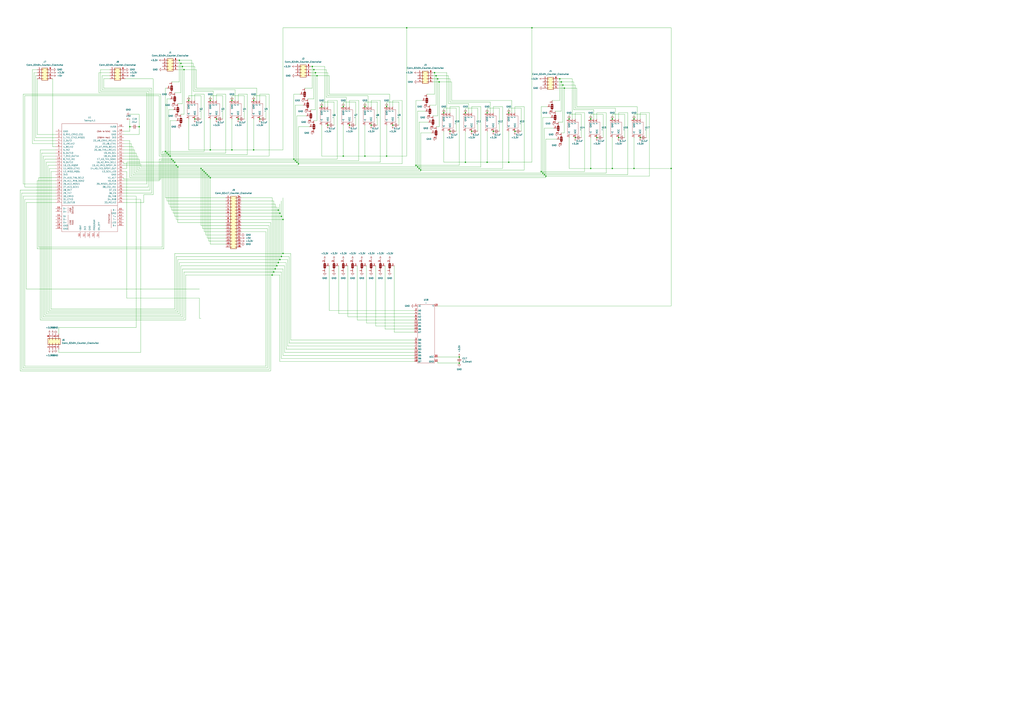
<source format=kicad_sch>
(kicad_sch (version 20231120) (generator "eeschema") (generator_version "8.0")
  (paper "A1")
  (junction (at 208.28 123.19))
  (junction (at 467.36 97.79))
  (junction (at 490.22 113.03))
  (junction (at 231.14 177.8))
  (junction (at 502.92 138.43))
  (junction (at 369.57 107.95))
  (junction (at 177.8 97.79))
  (junction (at 317.5 87.63))
  (junction (at 472.44 113.03))
  (junction (at 241.3 130.81))
  (junction (at 287.02 102.87))
  (junction (at 344.17 138.43))
  (junction (at 139.7 128.27))
  (junction (at 463.55 72.39))
  (junction (at 231.14 210.82))
  (junction (at 462.28 69.85))
  (junction (at 229.87 213.36))
  (junction (at 360.68 67.31))
  (junction (at 299.72 87.63))
  (junction (at 334.01 22.86))
  (junction (at 400.05 92.71))
  (junction (at 171.45 144.78))
  (junction (at 154.94 82.55))
  (junction (at 345.44 139.7))
  (junction (at 167.64 140.97))
  (junction (at 257.81 57.15))
  (junction (at 190.5 82.55))
  (junction (at 358.14 62.23))
  (junction (at 377.19 293.37))
  (junction (at 444.5 140.97))
  (junction (at 281.94 128.27))
  (junction (at 106.68 104.14))
  (junction (at 281.94 87.63))
  (junction (at 140.97 130.81))
  (junction (at 356.87 59.69))
  (junction (at 422.91 107.95))
  (junction (at 114.3 104.14))
  (junction (at 137.16 125.73))
  (junction (at 382.27 92.71))
  (junction (at 448.31 144.78))
  (junction (at 190.5 123.19))
  (junction (at 417.83 133.35))
  (junction (at 168.91 142.24))
  (junction (at 213.36 97.79))
  (junction (at 172.72 82.55))
  (junction (at 405.13 107.95))
  (junction (at 208.28 82.55))
  (junction (at 170.18 143.51))
  (junction (at 445.77 142.24))
  (junction (at 227.33 218.44))
  (junction (at 447.04 143.51))
  (junction (at 359.41 64.77))
  (junction (at 165.1 138.43))
  (junction (at 229.87 175.26))
  (junction (at 485.14 97.79))
  (junction (at 232.41 180.34))
  (junction (at 223.52 226.06))
  (junction (at 364.49 92.71))
  (junction (at 322.58 102.87))
  (junction (at 144.78 135.89))
  (junction (at 377.19 298.45))
  (junction (at 228.6 215.9))
  (junction (at 256.54 54.61))
  (junction (at 260.35 62.23))
  (junction (at 502.92 97.79))
  (junction (at 304.8 102.87))
  (junction (at 242.57 132.08))
  (junction (at 299.72 128.27))
  (junction (at 387.35 107.95))
  (junction (at 269.24 102.87))
  (junction (at 317.5 128.27))
  (junction (at 166.37 139.7))
  (junction (at 245.11 134.62))
  (junction (at 508 113.03))
  (junction (at 147.32 49.53))
  (junction (at 436.88 22.86))
  (junction (at 149.86 54.61))
  (junction (at 143.51 133.35))
  (junction (at 135.89 124.46))
  (junction (at 520.7 138.43))
  (junction (at 400.05 133.35))
  (junction (at 151.13 57.15))
  (junction (at 195.58 97.79))
  (junction (at 228.6 172.72))
  (junction (at 232.41 208.28))
  (junction (at 224.79 223.52))
  (junction (at 520.7 97.79))
  (junction (at 226.06 220.98))
  (junction (at 525.78 113.03))
  (junction (at 148.59 52.07))
  (junction (at 461.01 67.31))
  (junction (at 146.05 137.16))
  (junction (at 342.9 137.16))
  (junction (at 259.08 59.69))
  (junction (at 459.74 64.77))
  (junction (at 485.14 138.43))
  (junction (at 243.84 133.35))
  (junction (at 382.27 133.35))
  (junction (at 264.16 87.63))
  (junction (at 341.63 135.89))
  (junction (at 138.43 127))
  (junction (at 551.18 138.43))
  (junction (at 160.02 97.79))
  (junction (at 172.72 146.05))
  (junction (at 172.72 123.19))
  (junction (at 417.83 92.71))
  (junction (at 142.24 132.08))
  (wire (pts (xy 472.44 97.79) (xy 472.44 92.71)))
  (wire (pts (xy 146.05 137.16) (xy 341.63 137.16)))
  (wire (pts (xy 316.23 218.44) (xy 316.23 270.51)))
  (wire (pts (xy 151.13 93.98) (xy 148.59 93.98)))
  (wire (pts (xy 172.72 200.66) (xy 185.42 200.66)))
  (wire (pts (xy 154.94 97.79) (xy 154.94 123.19)))
  (wire (pts (xy 238.76 208.28) (xy 232.41 208.28)))
  (wire (pts (xy 137.16 125.73) (xy 185.42 125.73)))
  (wire (pts (xy 137.16 125.73) (xy 134.62 125.73)))
  (wire (pts (xy 359.41 251.46) (xy 551.18 251.46)))
  (wire (pts (xy 101.6 134.62) (xy 101.6 133.35)))
  (wire (pts (xy 171.45 144.78) (xy 171.45 198.12)))
  (wire (pts (xy 35.56 128.27) (xy 35.56 260.35)))
  (wire (pts (xy 502.92 97.79) (xy 502.92 93.98)))
  (wire (pts (xy 260.35 62.23) (xy 260.35 99.06)))
  (wire (pts (xy 267.97 57.15) (xy 267.97 80.01)))
  (wire (pts (xy 222.25 182.88) (xy 222.25 304.8)))
  (wire (pts (xy 458.47 69.85) (xy 462.28 69.85)))
  (wire (pts (xy 299.72 128.27) (xy 281.94 128.27)))
  (wire (pts (xy 143.51 133.35) (xy 143.51 177.8)))
  (wire (pts (xy 135.89 162.56) (xy 185.42 162.56)))
  (wire (pts (xy 241.3 77.47) (xy 241.3 130.81)))
  (wire (pts (xy 264.16 88.9) (xy 264.16 87.63)))
  (wire (pts (xy 104.14 245.11) (xy 163.83 245.11)))
  (wire (pts (xy 219.71 187.96) (xy 219.71 302.26)))
  (wire (pts (xy 370.84 82.55) (xy 420.37 82.55)))
  (wire (pts (xy 445.77 143.51) (xy 445.77 142.24)))
  (wire (pts (xy 148.59 218.44) (xy 148.59 259.08)))
  (wire (pts (xy 344.17 100.33) (xy 344.17 138.43)))
  (wire (pts (xy 198.12 180.34) (xy 232.41 180.34)))
  (wire (pts (xy 223.52 226.06) (xy 152.4 226.06)))
  (wire (pts (xy 144.78 180.34) (xy 185.42 180.34)))
  (wire (pts (xy 146.05 256.54) (xy 39.37 256.54)))
  (wire (pts (xy 369.57 83.82) (xy 402.59 83.82)))
  (wire (pts (xy 114.3 93.98) (xy 106.68 93.98)))
  (wire (pts (xy 172.72 78.74) (xy 182.88 78.74)))
  (wire (pts (xy 170.18 143.51) (xy 109.22 143.51)))
  (wire (pts (xy 107.95 118.11) (xy 107.95 144.78)))
  (wire (pts (xy 137.16 165.1) (xy 185.42 165.1)))
  (wire (pts (xy 342.9 138.43) (xy 342.9 137.16)))
  (wire (pts (xy 139.7 99.06) (xy 139.7 128.27)))
  (wire (pts (xy 467.36 97.79) (xy 467.36 93.98)))
  (wire (pts (xy 341.63 82.55) (xy 346.71 82.55)))
  (wire (pts (xy 41.91 140.97) (xy 41.91 254)))
  (wire (pts (xy 139.7 128.27) (xy 220.98 128.27)))
  (wire (pts (xy 138.43 127) (xy 132.08 127)))
  (wire (pts (xy 241.3 130.81) (xy 276.86 130.81)))
  (wire (pts (xy 101.6 163.83) (xy 115.57 163.83)))
  (wire (pts (xy 218.44 190.5) (xy 218.44 300.99)))
  (wire (pts (xy 502.92 113.03) (xy 502.92 138.43)))
  (wire (pts (xy 259.08 59.69) (xy 259.08 90.17)))
  (wire (pts (xy 227.33 218.44) (xy 148.59 218.44)))
  (wire (pts (xy 40.64 138.43) (xy 45.72 138.43)))
  (wire (pts (xy 405.13 87.63) (xy 412.75 87.63)))
  (wire (pts (xy 231.14 210.82) (xy 231.14 177.8)))
  (wire (pts (xy 19.05 161.29) (xy 19.05 302.26)))
  (wire (pts (xy 161.29 57.15) (xy 161.29 72.39)))
  (wire (pts (xy 82.55 74.93) (xy 121.92 74.93)))
  (wire (pts (xy 135.89 124.46) (xy 135.89 162.56)))
  (wire (pts (xy 400.05 107.95) (xy 400.05 133.35)))
  (wire (pts (xy 41.91 140.97) (xy 45.72 140.97)))
  (wire (pts (xy 461.01 67.31) (xy 471.17 67.31)))
  (wire (pts (xy 149.86 54.61) (xy 149.86 85.09)))
  (wire (pts (xy 195.58 77.47) (xy 203.2 77.47)))
  (wire (pts (xy 139.7 170.18) (xy 185.42 170.18)))
  (wire (pts (xy 270.51 62.23) (xy 270.51 77.47)))
  (wire (pts (xy 551.18 22.86) (xy 551.18 138.43)))
  (wire (pts (xy 405.13 92.71) (xy 405.13 87.63)))
  (wire (pts (xy 109.22 120.65) (xy 109.22 143.51)))
  (wire (pts (xy 144.78 210.82) (xy 144.78 255.27)))
  (wire (pts (xy 190.5 97.79) (xy 190.5 123.19)))
  (wire (pts (xy 45.72 166.37) (xy 21.59 166.37)))
  (wire (pts (xy 269.24 59.69) (xy 269.24 78.74)))
  (wire (pts (xy 101.6 147.32) (xy 132.08 147.32)))
  (wire (pts (xy 118.11 160.02) (xy 125.73 160.02)))
  (wire (pts (xy 31.75 203.2) (xy 31.75 146.05)))
  (wire (pts (xy 264.16 102.87) (xy 264.16 128.27)))
  (wire (pts (xy 345.44 140.97) (xy 345.44 139.7)))
  (wire (pts (xy 485.14 97.79) (xy 485.14 93.98)))
  (wire (pts (xy 147.32 257.81) (xy 38.1 257.81)))
  (wire (pts (xy 232.41 123.19) (xy 208.28 123.19)))
  (wire (pts (xy 234.95 215.9) (xy 228.6 215.9)))
  (wire (pts (xy 45.72 118.11) (xy 26.67 118.11)))
  (wire (pts (xy 190.5 82.55) (xy 190.5 78.74)))
  (wire (pts (xy 360.68 67.31) (xy 370.84 67.31)))
  (wire (pts (xy 177.8 77.47) (xy 185.42 77.47)))
  (wire (pts (xy 137.16 72.39) (xy 135.89 72.39)))
  (wire (pts (xy 163.83 245.11) (xy 163.83 261.62)))
  (wire (pts (xy 417.83 133.35) (xy 400.05 133.35)))
  (wire (pts (xy 355.6 59.69) (xy 356.87 59.69)))
  (wire (pts (xy 148.59 52.07) (xy 148.59 76.2)))
  (wire (pts (xy 448.31 114.3) (xy 457.2 114.3)))
  (wire (pts (xy 90.17 64.77) (xy 85.09 64.77)))
  (wire (pts (xy 101.6 140.97) (xy 104.14 140.97)))
  (wire (pts (xy 463.55 72.39) (xy 463.55 109.22)))
  (wire (pts (xy 29.21 113.03) (xy 29.21 62.23)))
  (wire (pts (xy 152.4 226.06) (xy 152.4 262.89)))
  (wire (pts (xy 144.78 255.27) (xy 40.64 255.27)))
  (wire (pts (xy 447.04 143.51) (xy 515.62 143.51)))
  (wire (pts (xy 161.29 72.39) (xy 210.82 72.39)))
  (wire (pts (xy 448.31 146.05) (xy 448.31 144.78)))
  (wire (pts (xy 106.68 104.14) (xy 107.95 104.14)))
  (wire (pts (xy 520.7 97.79) (xy 520.7 93.98)))
  (wire (pts (xy 300.99 265.43) (xy 340.36 265.43)))
  (wire (pts (xy 327.66 83.82) (xy 327.66 102.87)))
  (wire (pts (xy 33.02 262.89) (xy 33.02 123.19)))
  (wire (pts (xy 502.92 138.43) (xy 520.7 138.43)))
  (wire (pts (xy 115.57 163.83) (xy 115.57 289.56)))
  (wire (pts (xy 133.35 203.2) (xy 31.75 203.2)))
  (wire (pts (xy 515.62 92.71) (xy 515.62 143.51)))
  (wire (pts (xy 323.85 218.44) (xy 323.85 273.05)))
  (wire (pts (xy 229.87 175.26) (xy 229.87 167.64)))
  (wire (pts (xy 304.8 87.63) (xy 304.8 82.55)))
  (wire (pts (xy 140.97 130.81) (xy 140.97 172.72)))
  (wire (pts (xy 459.74 64.77) (xy 459.74 82.55)))
  (wire (pts (xy 146.05 49.53) (xy 147.32 49.53)))
  (wire (pts (xy 114.3 110.49) (xy 114.3 104.14)))
  (wire (pts (xy 299.72 102.87) (xy 299.72 128.27)))
  (wire (pts (xy 374.65 88.9) (xy 374.65 107.95)))
  (wire (pts (xy 30.48 110.49) (xy 30.48 64.77)))
  (wire (pts (xy 154.94 78.74) (xy 165.1 78.74)))
  (wire (pts (xy 134.62 204.47) (xy 30.48 204.47)))
  (wire (pts (xy 300.99 218.44) (xy 300.99 265.43)))
  (wire (pts (xy 171.45 198.12) (xy 185.42 198.12)))
  (wire (pts (xy 154.94 123.19) (xy 172.72 123.19)))
  (wire (pts (xy 137.16 125.73) (xy 137.16 165.1)))
  (wire (pts (xy 167.64 140.97) (xy 345.44 140.97)))
  (wire (pts (xy 364.49 92.71) (xy 364.49 88.9)))
  (wire (pts (xy 412.75 87.63) (xy 412.75 138.43)))
  (wire (pts (xy 172.72 123.19) (xy 190.5 123.19)))
  (wire (pts (xy 340.36 284.48) (xy 236.22 284.48)))
  (wire (pts (xy 48.26 269.24) (xy 48.26 274.32)))
  (wire (pts (xy 269.24 78.74) (xy 302.26 78.74)))
  (wire (pts (xy 358.14 62.23) (xy 368.3 62.23)))
  (wire (pts (xy 198.12 175.26) (xy 229.87 175.26)))
  (wire (pts (xy 148.59 52.07) (xy 158.75 52.07)))
  (wire (pts (xy 472.44 69.85) (xy 472.44 88.9)))
  (wire (pts (xy 520.7 138.43) (xy 520.7 113.03)))
  (wire (pts (xy 270.51 218.44) (xy 270.51 255.27)))
  (wire (pts (xy 160.02 54.61) (xy 160.02 73.66)))
  (wire (pts (xy 269.24 87.63) (xy 269.24 82.55)))
  (wire (pts (xy 172.72 146.05) (xy 448.31 146.05)))
  (wire (pts (xy 356.87 77.47) (xy 350.52 77.47)))
  (wire (pts (xy 551.18 22.86) (xy 436.88 22.86)))
  (wire (pts (xy 101.6 156.21) (xy 123.19 156.21)))
  (wire (pts (xy 113.03 104.14) (xy 114.3 104.14)))
  (wire (pts (xy 245.11 104.14) (xy 245.11 134.62)))
  (wire (pts (xy 138.43 127) (xy 138.43 167.64)))
  (wire (pts (xy 168.91 142.24) (xy 444.5 142.24)))
  (wire (pts (xy 111.76 269.24) (xy 48.26 269.24)))
  (wire (pts (xy 133.35 124.46) (xy 133.35 203.2)))
  (wire (pts (xy 302.26 78.74) (xy 302.26 87.63)))
  (wire (pts (xy 167.64 77.47) (xy 167.64 124.46)))
  (wire (pts (xy 147.32 49.53) (xy 147.32 67.31)))
  (wire (pts (xy 369.57 87.63) (xy 377.19 87.63)))
  (wire (pts (xy 255.27 54.61) (xy 256.54 54.61)))
  (wire (pts (xy 245.11 135.89) (xy 245.11 134.62)))
  (wire (pts (xy 467.36 93.98) (xy 477.52 93.98)))
  (wire (pts (xy 104.14 133.35) (xy 143.51 133.35)))
  (wire (pts (xy 146.05 182.88) (xy 146.05 137.16)))
  (wire (pts (xy 264.16 87.63) (xy 264.16 83.82)))
  (wire (pts (xy 213.36 82.55) (xy 213.36 77.47)))
  (wire (pts (xy 471.17 67.31) (xy 471.17 90.17)))
  (wire (pts (xy 269.24 82.55) (xy 276.86 82.55)))
  (wire (pts (xy 367.03 59.69) (xy 367.03 92.71)))
  (wire (pts (xy 281.94 87.63) (xy 281.94 83.82)))
  (wire (pts (xy 523.24 87.63) (xy 523.24 97.79)))
  (wire (pts (xy 83.82 62.23) (xy 90.17 62.23)))
  (wire (pts (xy 242.57 132.08) (xy 294.64 132.08)))
  (wire (pts (xy 467.36 113.03) (xy 467.36 138.43)))
  (wire (pts (xy 30.48 148.59) (xy 45.72 148.59)))
  (wire (pts (xy 232.41 220.98) (xy 226.06 220.98)))
  (wire (pts (xy 245.11 134.62) (xy 330.2 134.62)))
  (wire (pts (xy 377.19 293.37) (xy 359.41 293.37)))
  (wire (pts (xy 132.08 132.08) (xy 142.24 132.08)))
  (wire (pts (xy 533.4 92.71) (xy 533.4 144.78)))
  (wire (pts (xy 151.13 57.15) (xy 151.13 93.98)))
  (wire (pts (xy 82.55 57.15) (xy 90.17 57.15)))
  (wire (pts (xy 245.11 104.14) (xy 254 104.14)))
  (wire (pts (xy 231.14 294.64) (xy 231.14 223.52)))
  (wire (pts (xy 222.25 304.8) (xy 16.51 304.8)))
  (wire (pts (xy 234.95 287.02) (xy 234.95 215.9)))
  (wire (pts (xy 255.27 59.69) (xy 259.08 59.69)))
  (wire (pts (xy 168.91 142.24) (xy 110.49 142.24)))
  (wire (pts (xy 255.27 62.23) (xy 260.35 62.23)))
  (wire (pts (xy 130.81 148.59) (xy 101.6 148.59)))
  (wire (pts (xy 236.22 284.48) (xy 236.22 213.36)))
  (wire (pts (xy 445.77 96.52) (xy 445.77 142.24)))
  (wire (pts (xy 193.04 73.66) (xy 193.04 82.55)))
  (wire (pts (xy 520.7 93.98) (xy 530.86 93.98)))
  (wire (pts (xy 195.58 82.55) (xy 195.58 77.47)))
  (wire (pts (xy 436.88 133.35) (xy 417.83 133.35)))
  (wire (pts (xy 148.59 259.08) (xy 36.83 259.08)))
  (wire (pts (xy 260.35 99.06) (xy 257.81 99.06)))
  (wire (pts (xy 226.06 220.98) (xy 149.86 220.98)))
  (wire (pts (xy 104.14 140.97) (xy 104.14 245.11)))
  (wire (pts (xy 147.32 67.31) (xy 140.97 67.31)))
  (wire (pts (xy 121.92 74.93) (xy 121.92 153.67)))
  (wire (pts (xy 228.6 215.9) (xy 147.32 215.9)))
  (wire (pts (xy 274.32 83.82) (xy 274.32 102.87)))
  (wire (pts (xy 110.49 123.19) (xy 110.49 142.24)))
  (wire (pts (xy 106.68 107.95) (xy 101.6 107.95)))
  (wire (pts (xy 359.41 64.77) (xy 369.57 64.77)))
  (wire (pts (xy 243.84 95.25) (xy 243.84 133.35)))
  (wire (pts (xy 292.1 83.82) (xy 292.1 102.87)))
  (wire (pts (xy 165.1 78.74) (xy 165.1 97.79)))
  (wire (pts (xy 27.94 59.69) (xy 30.48 59.69)))
  (wire (pts (xy 135.89 124.46) (xy 167.64 124.46)))
  (wire (pts (xy 130.81 128.27) (xy 130.81 78.74)))
  (wire (pts (xy 322.58 87.63) (xy 322.58 82.55)))
  (wire (pts (xy 16.51 304.8) (xy 16.51 156.21)))
  (wire (pts (xy 278.13 218.44) (xy 278.13 257.81)))
  (wire (pts (xy 334.01 22.86) (xy 232.41 22.86)))
  (wire (pts (xy 151.13 57.15) (xy 161.29 57.15)))
  (wire (pts (xy 242.57 86.36) (xy 248.92 86.36)))
  (wire (pts (xy 224.79 223.52) (xy 151.13 223.52)))
  (wire (pts (xy 344.17 139.7) (xy 344.17 138.43)))
  (wire (pts (xy 104.14 138.43) (xy 104.14 133.35)))
  (wire (pts (xy 160.02 82.55) (xy 160.02 77.47)))
  (wire (pts (xy 340.36 297.18) (xy 229.87 297.18)))
  (wire (pts (xy 232.41 208.28) (xy 232.41 180.34)))
  (wire (pts (xy 111.76 125.73) (xy 101.6 125.73)))
  (wire (pts (xy 340.36 279.4) (xy 238.76 279.4)))
  (wire (pts (xy 228.6 172.72) (xy 228.6 170.18)))
  (wire (pts (xy 158.75 52.07) (xy 158.75 74.93)))
  (wire (pts (xy 334.01 22.86) (xy 334.01 128.27)))
  (wire (pts (xy 45.72 113.03) (xy 29.21 113.03)))
  (wire (pts (xy 417.83 88.9) (xy 427.99 88.9)))
  (wire (pts (xy 151.13 261.62) (xy 34.29 261.62)))
  (wire (pts (xy 224.79 165.1) (xy 224.79 223.52)))
  (wire (pts (xy 120.65 151.13) (xy 120.65 76.2)))
  (wire (pts (xy 218.44 190.5) (xy 198.12 190.5)))
  (wire (pts (xy 144.78 99.06) (xy 139.7 99.06)))
  (wire (pts (xy 259.08 59.69) (xy 269.24 59.69)))
  (wire (pts (xy 232.41 180.34) (xy 232.41 162.56)))
  (wire (pts (xy 525.78 92.71) (xy 533.4 92.71)))
  (wire (pts (xy 229.87 213.36) (xy 229.87 175.26)))
  (wire (pts (xy 257.81 57.15) (xy 267.97 57.15)))
  (wire (pts (xy 427.99 88.9) (xy 427.99 107.95)))
  (wire (pts (xy 317.5 87.63) (xy 317.5 83.82)))
  (wire (pts (xy 473.71 87.63) (xy 523.24 87.63)))
  (wire (pts (xy 160.02 73.66) (xy 193.04 73.66)))
  (wire (pts (xy 359.41 95.25) (xy 355.6 95.25)))
  (wire (pts (xy 125.73 64.77) (xy 102.87 64.77)))
  (wire (pts (xy 316.23 270.51) (xy 340.36 270.51)))
  (wire (pts (xy 165.1 185.42) (xy 185.42 185.42)))
  (wire (pts (xy 256.54 54.61) (xy 266.7 54.61)))
  (wire (pts (xy 243.84 95.25) (xy 251.46 95.25)))
  (wire (pts (xy 143.51 133.35) (xy 243.84 133.35)))
  (wire (pts (xy 45.72 110.49) (xy 30.48 110.49)))
  (wire (pts (xy 111.76 161.29) (xy 101.6 161.29)))
  (wire (pts (xy 26.67 57.15) (xy 30.48 57.15)))
  (wire (pts (xy 34.29 125.73) (xy 45.72 125.73)))
  (wire (pts (xy 445.77 142.24) (xy 497.84 142.24)))
  (wire (pts (xy 167.64 140.97) (xy 167.64 190.5)))
  (wire (pts (xy 101.6 130.81) (xy 114.3 130.81)))
  (wire (pts (xy 140.97 172.72) (xy 185.42 172.72)))
  (wire (pts (xy 160.02 77.47) (xy 167.64 77.47)))
  (wire (pts (xy 487.68 90.17) (xy 487.68 97.79)))
  (wire (pts (xy 368.3 85.09) (xy 384.81 85.09)))
  (wire (pts (xy 165.1 138.43) (xy 114.3 138.43)))
  (wire (pts (xy 356.87 59.69) (xy 367.03 59.69)))
  (wire (pts (xy 458.47 72.39) (xy 463.55 72.39)))
  (wire (pts (xy 345.44 109.22) (xy 354.33 109.22)))
  (wire (pts (xy 151.13 223.52) (xy 151.13 261.62)))
  (wire (pts (xy 30.48 204.47) (xy 30.48 148.59)))
  (wire (pts (xy 20.32 300.99) (xy 218.44 300.99)))
  (wire (pts (xy 242.57 86.36) (xy 242.57 132.08)))
  (wire (pts (xy 293.37 262.89) (xy 340.36 262.89)))
  (wire (pts (xy 463.55 72.39) (xy 473.71 72.39)))
  (wire (pts (xy 495.3 93.98) (xy 495.3 113.03)))
  (wire (pts (xy 165.1 138.43) (xy 342.9 138.43)))
  (wire (pts (xy 459.74 82.55) (xy 453.39 82.55)))
  (wire (pts (xy 513.08 93.98) (xy 513.08 113.03)))
  (wire (pts (xy 281.94 83.82) (xy 292.1 83.82)))
  (wire (pts (xy 115.57 137.16) (xy 115.57 134.62)))
  (wire (pts (xy 340.36 281.94) (xy 237.49 281.94)))
  (wire (pts (xy 17.78 158.75) (xy 17.78 303.53)))
  (wire (pts (xy 353.06 86.36) (xy 358.14 86.36)))
  (wire (pts (xy 185.42 77.47) (xy 185.42 125.73)))
  (wire (pts (xy 400.05 92.71) (xy 400.05 88.9)))
  (wire (pts (xy 340.36 289.56) (xy 233.68 289.56)))
  (wire (pts (xy 170.18 143.51) (xy 170.18 195.58)))
  (wire (pts (xy 355.6 67.31) (xy 360.68 67.31)))
  (wire (pts (xy 236.22 213.36) (xy 229.87 213.36)))
  (wire (pts (xy 231.14 223.52) (xy 224.79 223.52)))
  (wire (pts (xy 166.37 139.7) (xy 344.17 139.7)))
  (wire (pts (xy 444.5 140.97) (xy 480.06 140.97)))
  (wire (pts (xy 208.28 82.55) (xy 208.28 78.74)))
  (wire (pts (xy 322.58 82.55) (xy 330.2 82.55)))
  (wire (pts (xy 109.22 120.65) (xy 101.6 120.65)))
  (wire (pts (xy 101.6 135.89) (xy 144.78 135.89)))
  (wire (pts (xy 320.04 77.47) (xy 320.04 87.63)))
  (wire (pts (xy 198.12 177.8) (xy 231.14 177.8)))
  (wire (pts (xy 138.43 167.64) (xy 185.42 167.64)))
  (wire (pts (xy 330.2 82.55) (xy 330.2 134.62)))
  (wire (pts (xy 530.86 93.98) (xy 530.86 113.03)))
  (wire (pts (xy 294.64 82.55) (xy 294.64 132.08)))
  (wire (pts (xy 31.75 146.05) (xy 45.72 146.05)))
  (wire (pts (xy 208.28 78.74) (xy 218.44 78.74)))
  (wire (pts (xy 359.41 298.45) (xy 359.41 297.18)))
  (wire (pts (xy 27.94 115.57) (xy 27.94 59.69)))
  (wire (pts (xy 143.51 208.28) (xy 143.51 254)))
  (wire (pts (xy 35.56 260.35) (xy 149.86 260.35)))
  (wire (pts (xy 26.67 118.11) (xy 26.67 57.15)))
  (wire (pts (xy 448.31 144.78) (xy 533.4 144.78)))
  (wire (pts (xy 238.76 279.4) (xy 238.76 208.28)))
  (wire (pts (xy 101.6 147.32) (xy 101.6 146.05)))
  (wire (pts (xy 267.97 80.01) (xy 284.48 80.01)))
  (wire (pts (xy 342.9 91.44) (xy 349.25 91.44)))
  (wire (pts (xy 355.6 64.77) (xy 359.41 64.77)))
  (wire (pts (xy 149.86 54.61) (xy 160.02 54.61)))
  (wire (pts (xy 309.88 83.82) (xy 309.88 102.87)))
  (wire (pts (xy 447.04 105.41) (xy 447.04 143.51)))
  (wire (pts (xy 190.5 78.74) (xy 200.66 78.74)))
  (wire (pts (xy 229.87 297.18) (xy 229.87 226.06)))
  (wire (pts (xy 16.51 156.21) (xy 45.72 156.21)))
  (wire (pts (xy 229.87 213.36) (xy 146.05 213.36)))
  (wire (pts (xy 505.46 88.9) (xy 505.46 97.79)))
  (wire (pts (xy 359.41 64.77) (xy 359.41 95.25)))
  (wire (pts (xy 436.88 22.86) (xy 436.88 133.35)))
  (wire (pts (xy 134.62 125.73) (xy 134.62 204.47)))
  (wire (pts (xy 38.1 133.35) (xy 38.1 257.81)))
  (wire (pts (xy 551.18 138.43) (xy 520.7 138.43)))
  (wire (pts (xy 233.68 289.56) (xy 233.68 218.44)))
  (wire (pts (xy 106.68 97.79) (xy 106.68 104.14)))
  (wire (pts (xy 38.1 133.35) (xy 45.72 133.35)))
  (wire (pts (xy 467.36 138.43) (xy 485.14 138.43)))
  (wire (pts (xy 341.63 135.89) (xy 377.19 135.89)))
  (wire (pts (xy 213.36 77.47) (xy 220.98 77.47)))
  (wire (pts (xy 444.5 87.63) (xy 444.5 140.97)))
  (wire (pts (xy 132.08 132.08) (xy 132.08 147.32)))
  (wire (pts (xy 285.75 218.44) (xy 285.75 260.35)))
  (wire (pts (xy 200.66 78.74) (xy 200.66 97.79)))
  (wire (pts (xy 341.63 82.55) (xy 341.63 135.89)))
  (wire (pts (xy 81.28 76.2) (xy 81.28 59.69)))
  (wire (pts (xy 171.45 144.78) (xy 447.04 144.78)))
  (wire (pts (xy 462.28 69.85) (xy 462.28 100.33)))
  (wire (pts (xy 170.18 143.51) (xy 445.77 143.51)))
  (wire (pts (xy 165.1 138.43) (xy 165.1 185.42)))
  (wire (pts (xy 39.37 135.89) (xy 39.37 256.54)))
  (wire (pts (xy 477.52 93.98) (xy 477.52 113.03)))
  (wire (pts (xy 146.05 52.07) (xy 148.59 52.07)))
  (wire (pts (xy 19.05 302.26) (xy 219.71 302.26)))
  (wire (pts (xy 208.28 123.19) (xy 208.28 97.79)))
  (wire (pts (xy 175.26 74.93) (xy 175.26 82.55)))
  (wire (pts (xy 20.32 78.74) (xy 20.32 153.67)))
  (wire (pts (xy 502.92 138.43) (xy 485.14 138.43)))
  (wire (pts (xy 377.19 298.45) (xy 359.41 298.45)))
  (wire (pts (xy 210.82 72.39) (xy 210.82 82.55)))
  (wire (pts (xy 370.84 67.31) (xy 370.84 82.55)))
  (wire (pts (xy 340.36 287.02) (xy 234.95 287.02)))
  (wire (pts (xy 317.5 128.27) (xy 317.5 102.87)))
  (wire (pts (xy 237.49 210.82) (xy 231.14 210.82)))
  (wire (pts (xy 312.42 82.55) (xy 312.42 133.35)))
  (wire (pts (xy 182.88 78.74) (xy 182.88 97.79)))
  (wire (pts (xy 170.18 195.58) (xy 185.42 195.58)))
  (wire (pts (xy 384.81 85.09) (xy 384.81 92.71)))
  (wire (pts (xy 147.32 215.9) (xy 147.32 257.81)))
  (wire (pts (xy 455.93 91.44) (xy 461.01 91.44)))
  (wire (pts (xy 146.05 182.88) (xy 185.42 182.88)))
  (wire (pts (xy 166.37 139.7) (xy 113.03 139.7)))
  (wire (pts (xy 358.14 62.23) (xy 358.14 86.36)))
  (wire (pts (xy 444.5 87.63) (xy 449.58 87.63)))
  (wire (pts (xy 364.49 133.35) (xy 382.27 133.35)))
  (wire (pts (xy 402.59 83.82) (xy 402.59 92.71)))
  (wire (pts (xy 172.72 146.05) (xy 106.68 146.05)))
  (wire (pts (xy 252.73 81.28) (xy 257.81 81.28)))
  (wire (pts (xy 17.78 303.53) (xy 220.98 303.53)))
  (wire (pts (xy 485.14 93.98) (xy 495.3 93.98)))
  (wire (pts (xy 143.51 254) (xy 41.91 254)))
  (wire (pts (xy 448.31 114.3) (xy 448.31 144.78)))
  (wire (pts (xy 142.24 90.17) (xy 138.43 90.17)))
  (wire (pts (xy 551.18 138.43) (xy 551.18 251.46)))
  (wire (pts (xy 369.57 92.71) (xy 369.57 87.63)))
  (wire (pts (xy 218.44 78.74) (xy 218.44 97.79)))
  (wire (pts (xy 123.19 73.66) (xy 83.82 73.66)))
  (wire (pts (xy 113.03 139.7) (xy 113.03 128.27)))
  (wire (pts (xy 33.02 123.19) (xy 45.72 123.19)))
  (wire (pts (xy 17.78 158.75) (xy 45.72 158.75)))
  (wire (pts (xy 101.6 128.27) (xy 113.03 128.27)))
  (wire (pts (xy 472.44 92.71) (xy 480.06 92.71)))
  (wire (pts (xy 43.18 120.65) (xy 45.72 120.65)))
  (wire (pts (xy 473.71 72.39) (xy 473.71 87.63)))
  (wire (pts (xy 101.6 110.49) (xy 114.3 110.49)))
  (wire (pts (xy 340.36 292.1) (xy 232.41 292.1)))
  (wire (pts (xy 323.85 273.05) (xy 340.36 273.05)))
  (wire (pts (xy 317.5 83.82) (xy 327.66 83.82)))
  (wire (pts (xy 232.41 292.1) (xy 232.41 220.98)))
  (wire (pts (xy 260.35 62.23) (xy 270.51 62.23)))
  (wire (pts (xy 140.97 130.81) (xy 241.3 130.81)))
  (wire (pts (xy 447.04 105.41) (xy 454.66 105.41)))
  (wire (pts (xy 19.05 151.13) (xy 45.72 151.13)))
  (wire (pts (xy 480.06 92.71) (xy 480.06 140.97)))
  (wire (pts (xy 168.91 142.24) (xy 168.91 193.04)))
  (wire (pts (xy 345.44 139.7) (xy 430.53 139.7)))
  (wire (pts (xy 281.94 102.87) (xy 281.94 128.27)))
  (wire (pts (xy 167.64 140.97) (xy 111.76 140.97)))
  (wire (pts (xy 147.32 49.53) (xy 157.48 49.53)))
  (wire (pts (xy 146.05 137.16) (xy 115.57 137.16)))
  (wire (pts (xy 125.73 160.02) (xy 125.73 64.77)))
  (wire (pts (xy 154.94 82.55) (xy 154.94 78.74)))
  (wire (pts (xy 142.24 132.08) (xy 242.57 132.08)))
  (wire (pts (xy 417.83 133.35) (xy 417.83 107.95)))
  (wire (pts (xy 299.72 83.82) (xy 309.88 83.82)))
  (wire (pts (xy 190.5 123.19) (xy 208.28 123.19)))
  (wire (pts (xy 43.18 120.65) (xy 43.18 64.77)))
  (wire (pts (xy 124.46 72.39) (xy 124.46 158.75)))
  (wire (pts (xy 382.27 88.9) (xy 392.43 88.9)))
  (wire (pts (xy 139.7 81.28) (xy 137.16 81.28)))
  (wire (pts (xy 139.7 128.27) (xy 139.7 170.18)))
  (wire (pts (xy 490.22 97.79) (xy 490.22 92.71)))
  (wire (pts (xy 226.06 167.64) (xy 226.06 220.98)))
  (wire (pts (xy 198.12 185.42) (xy 220.98 185.42)))
  (wire (pts (xy 469.9 64.77) (xy 469.9 97.79)))
  (wire (pts (xy 130.81 130.81) (xy 140.97 130.81)))
  (wire (pts (xy 139.7 128.27) (xy 130.81 128.27)))
  (wire (pts (xy 143.51 177.8) (xy 185.42 177.8)))
  (wire (pts (xy 172.72 146.05) (xy 172.72 200.66)))
  (wire (pts (xy 281.94 128.27) (xy 264.16 128.27)))
  (wire (pts (xy 198.12 172.72) (xy 228.6 172.72)))
  (wire (pts (xy 144.78 135.89) (xy 245.11 135.89)))
  (wire (pts (xy 444.5 142.24) (xy 444.5 140.97)))
  (wire (pts (xy 463.55 109.22) (xy 461.01 109.22)))
  (wire (pts (xy 120.65 76.2) (xy 81.28 76.2)))
  (wire (pts (xy 299.72 87.63) (xy 299.72 83.82)))
  (wire (pts (xy 257.81 57.15) (xy 257.81 81.28)))
  (wire (pts (xy 224.79 165.1) (xy 198.12 165.1)))
  (wire (pts (xy 461.01 67.31) (xy 461.01 91.44)))
  (wire (pts (xy 146.05 213.36) (xy 146.05 256.54)))
  (wire (pts (xy 341.63 137.16) (xy 341.63 135.89)))
  (wire (pts (xy 135.89 72.39) (xy 135.89 124.46)))
  (wire (pts (xy 48.26 289.56) (xy 48.26 287.02)))
  (wire (pts (xy 259.08 90.17) (xy 255.27 90.17)))
  (wire (pts (xy 392.43 88.9) (xy 392.43 107.95)))
  (wire (pts (xy 82.55 57.15) (xy 82.55 74.93)))
  (wire (pts (xy 21.59 166.37) (xy 21.59 237.49)))
  (wire (pts (xy 382.27 107.95) (xy 382.27 133.35)))
  (wire (pts (xy 237.49 281.94) (xy 237.49 210.82)))
  (wire (pts (xy 20.32 153.67) (xy 45.72 153.67)))
  (wire (pts (xy 394.97 87.63) (xy 394.97 137.16)))
  (wire (pts (xy 114.3 104.14) (xy 114.3 93.98)))
  (wire (pts (xy 149.86 260.35) (xy 149.86 220.98)))
  (wire (pts (xy 485.14 113.03) (xy 485.14 138.43)))
  (wire (pts (xy 124.46 158.75) (xy 101.6 158.75)))
  (wire (pts (xy 387.35 87.63) (xy 394.97 87.63)))
  (wire (pts (xy 40.64 138.43) (xy 40.64 255.27)))
  (wire (pts (xy 231.14 210.82) (xy 144.78 210.82)))
  (wire (pts (xy 20.32 163.83) (xy 20.32 300.99)))
  (wire (pts (xy 364.49 88.9) (xy 374.65 88.9)))
  (wire (pts (xy 344.17 138.43) (xy 412.75 138.43)))
  (wire (pts (xy 132.08 127) (xy 132.08 77.47)))
  (wire (pts (xy 436.88 22.86) (xy 334.01 22.86)))
  (wire (pts (xy 219.71 187.96) (xy 198.12 187.96)))
  (wire (pts (xy 400.05 88.9) (xy 410.21 88.9)))
  (wire (pts (xy 525.78 97.79) (xy 525.78 92.71)))
  (wire (pts (xy 276.86 82.55) (xy 276.86 130.81)))
  (wire (pts (xy 101.6 134.62) (xy 115.57 134.62)))
  (wire (pts (xy 377.19 87.63) (xy 377.19 135.89)))
  (wire (pts (xy 497.84 92.71) (xy 497.84 142.24)))
  (wire (pts (xy 114.3 138.43) (xy 114.3 130.81)))
  (wire (pts (xy 135.89 124.46) (xy 133.35 124.46)))
  (wire (pts (xy 458.47 67.31) (xy 461.01 67.31)))
  (wire (pts (xy 143.51 76.2) (xy 148.59 76.2)))
  (wire (pts (xy 287.02 82.55) (xy 294.64 82.55)))
  (wire (pts (xy 458.47 64.77) (xy 459.74 64.77)))
  (wire (pts (xy 284.48 80.01) (xy 284.48 87.63)))
  (wire (pts (xy 410.21 88.9) (xy 410.21 107.95)))
  (wire (pts (xy 36.83 130.81) (xy 45.72 130.81)))
  (wire (pts (xy 227.33 170.18) (xy 227.33 218.44)))
  (wire (pts (xy 85.09 64.77) (xy 85.09 72.39)))
  (wire (pts (xy 220.98 77.47) (xy 220.98 128.27)))
  (wire (pts (xy 382.27 92.71) (xy 382.27 88.9)))
  (wire (pts (xy 163.83 261.62) (xy 165.1 261.62)))
  (wire (pts (xy 220.98 185.42) (xy 220.98 303.53)))
  (wire (pts (xy 203.2 77.47) (xy 203.2 127)))
  (wire (pts (xy 229.87 226.06) (xy 223.52 226.06)))
  (wire (pts (xy 158.75 74.93) (xy 175.26 74.93)))
  (wire (pts (xy 340.36 294.64) (xy 231.14 294.64)))
  (wire (pts (xy 270.51 255.27) (xy 340.36 255.27)))
  (wire (pts (xy 157.48 49.53) (xy 157.48 82.55)))
  (wire (pts (xy 110.49 123.19) (xy 101.6 123.19)))
  (wire (pts (xy 420.37 82.55) (xy 420.37 92.71)))
  (wire (pts (xy 106.68 115.57) (xy 106.68 146.05)))
  (wire (pts (xy 299.72 128.27) (xy 317.5 128.27)))
  (wire (pts (xy 137.16 81.28) (xy 137.16 125.73)))
  (wire (pts (xy 445.77 96.52) (xy 452.12 96.52)))
  (wire (pts (xy 45.72 128.27) (xy 35.56 128.27)))
  (wire (pts (xy 34.29 261.62) (xy 34.29 125.73)))
  (wire (pts (xy 223.52 162.56) (xy 198.12 162.56)))
  (wire (pts (xy 430.53 87.63) (xy 430.53 139.7)))
  (wire (pts (xy 270.51 77.47) (xy 320.04 77.47)))
  (wire (pts (xy 462.28 100.33) (xy 458.47 100.33)))
  (wire (pts (xy 101.6 166.37) (xy 118.11 166.37)))
  (wire (pts (xy 177.8 82.55) (xy 177.8 77.47)))
  (wire (pts (xy 36.83 259.08) (xy 36.83 130.81)))
  (wire (pts (xy 360.68 104.14) (xy 358.14 104.14)))
  (wire (pts (xy 345.44 109.22) (xy 345.44 139.7)))
  (wire (pts (xy 130.81 130.81) (xy 130.81 148.59)))
  (wire (pts (xy 121.92 153.67) (xy 101.6 153.67)))
  (wire (pts (xy 45.72 115.57) (xy 27.94 115.57)))
  (wire (pts (xy 171.45 144.78) (xy 107.95 144.78)))
  (wire (pts (xy 111.76 161.29) (xy 111.76 269.24)))
  (wire (pts (xy 123.19 156.21) (xy 123.19 73.66)))
  (wire (pts (xy 472.44 88.9) (xy 505.46 88.9)))
  (wire (pts (xy 382.27 133.35) (xy 400.05 133.35)))
  (wire (pts (xy 172.72 82.55) (xy 172.72 78.74)))
  (wire (pts (xy 355.6 62.23) (xy 358.14 62.23)))
  (wire (pts (xy 334.01 128.27) (xy 317.5 128.27)))
  (wire (pts (xy 308.61 267.97) (xy 340.36 267.97)))
  (wire (pts (xy 81.28 59.69) (xy 90.17 59.69)))
  (wire (pts (xy 256.54 54.61) (xy 256.54 72.39)))
  (wire (pts (xy 132.08 77.47) (xy 19.05 77.47)))
  (wire (pts (xy 223.52 162.56) (xy 223.52 226.06)))
  (wire (pts (xy 471.17 90.17) (xy 487.68 90.17)))
  (wire (pts (xy 83.82 73.66) (xy 83.82 62.23)))
  (wire (pts (xy 20.32 163.83) (xy 45.72 163.83)))
  (wire (pts (xy 166.37 139.7) (xy 166.37 187.96)))
  (wire (pts (xy 146.05 57.15) (xy 151.13 57.15)))
  (wire (pts (xy 19.05 161.29) (xy 45.72 161.29)))
  (wire (pts (xy 138.43 127) (xy 203.2 127)))
  (wire (pts (xy 278.13 257.81) (xy 340.36 257.81)))
  (wire (pts (xy 417.83 92.71) (xy 417.83 88.9)))
  (wire (pts (xy 142.24 175.26) (xy 185.42 175.26)))
  (wire (pts (xy 198.12 182.88) (xy 222.25 182.88)))
  (wire (pts (xy 364.49 107.95) (xy 364.49 133.35)))
  (wire (pts (xy 115.57 289.56) (xy 48.26 289.56)))
  (wire (pts (xy 130.81 78.74) (xy 20.32 78.74)))
  (wire (pts (xy 256.54 72.39) (xy 250.19 72.39)))
  (wire (pts (xy 198.12 170.18) (xy 227.33 170.18)))
  (wire (pts (xy 342.9 91.44) (xy 342.9 137.16)))
  (wire (pts (xy 228.6 215.9) (xy 228.6 172.72)))
  (wire (pts (xy 459.74 64.77) (xy 469.9 64.77)))
  (wire (pts (xy 266.7 54.61) (xy 266.7 87.63)))
  (wire (pts (xy 304.8 82.55) (xy 312.42 82.55)))
  (wire (pts (xy 285.75 260.35) (xy 340.36 260.35)))
  (wire (pts (xy 447.04 144.78) (xy 447.04 143.51)))
  (wire (pts (xy 232.41 208.28) (xy 143.51 208.28)))
  (wire (pts (xy 85.09 72.39) (xy 124.46 72.39)))
  (wire (pts (xy 21.59 237.49) (xy 163.83 237.49)))
  (wire (pts (xy 344.17 100.33) (xy 351.79 100.33)))
  (wire (pts (xy 387.35 92.71) (xy 387.35 87.63)))
  (wire (pts (xy 152.4 262.89) (xy 33.02 262.89)))
  (wire (pts (xy 39.37 135.89) (xy 45.72 135.89)))
  (wire (pts (xy 142.24 132.08) (xy 142.24 175.26)))
  (wire (pts (xy 241.3 77.47) (xy 246.38 77.47)))
  (wire (pts (xy 508 92.71) (xy 515.62 92.71)))
  (wire (pts (xy 287.02 87.63) (xy 287.02 82.55)))
  (wire (pts (xy 111.76 125.73) (xy 111.76 140.97)))
  (wire (pts (xy 101.6 151.13) (xy 120.65 151.13)))
  (wire (pts (xy 144.78 135.89) (xy 144.78 180.34)))
  (wire (pts (xy 106.68 115.57) (xy 101.6 115.57)))
  (wire (pts (xy 19.05 77.47) (xy 19.05 151.13)))
  (wire (pts (xy 342.9 137.16) (xy 394.97 137.16)))
  (wire (pts (xy 138.43 90.17) (xy 138.43 127)))
  (wire (pts (xy 233.68 218.44) (xy 227.33 218.44)))
  (wire (pts (xy 172.72 97.79) (xy 172.72 123.19)))
  (wire (pts (xy 422.91 87.63) (xy 430.53 87.63)))
  (wire (pts (xy 146.05 54.61) (xy 149.86 54.61)))
  (wire (pts (xy 360.68 67.31) (xy 360.68 104.14)))
  (wire (pts (xy 508 97.79) (xy 508 92.71)))
  (wire (pts (xy 502.92 93.98) (xy 513.08 93.98)))
  (wire (pts (xy 106.68 104.14) (xy 106.68 107.95)))
  (wire (pts (xy 356.87 59.69) (xy 356.87 77.47)))
  (wire (pts (xy 226.06 167.64) (xy 198.12 167.64)))
  (wire (pts (xy 368.3 62.23) (xy 368.3 85.09)))
  (wire (pts (xy 462.28 69.85) (xy 472.44 69.85)))
  (wire (pts (xy 101.6 138.43) (xy 104.14 138.43)))
  (wire (pts (xy 255.27 57.15) (xy 257.81 57.15)))
  (wire (pts (xy 168.91 193.04) (xy 185.42 193.04)))
  (wire (pts (xy 232.41 22.86) (xy 232.41 123.19)))
  (wire (pts (xy 149.86 85.09) (xy 146.05 85.09)))
  (wire (pts (xy 490.22 92.71) (xy 497.84 92.71)))
  (wire (pts (xy 167.64 190.5) (xy 185.42 190.5)))
  (wire (pts (xy 118.11 166.37) (xy 118.11 160.02)))
  (wire (pts (xy 264.16 83.82) (xy 274.32 83.82)))
  (wire (pts (xy 107.95 118.11) (xy 101.6 118.11)))
  (wire (pts (xy 166.37 187.96) (xy 185.42 187.96)))
  (wire (pts (xy 293.37 218.44) (xy 293.37 262.89)))
  (wire (pts (xy 422.91 92.71) (xy 422.91 87.63)))
  (wire (pts (xy 369.57 64.77) (xy 369.57 83.82)))
  (wire (pts (xy 243.84 133.35) (xy 312.42 133.35)))
  (wire (pts (xy 29.21 62.23) (xy 30.48 62.23)))
  (wire (pts (xy 308.61 218.44) (xy 308.61 267.97)))
  (wire (pts (xy 231.14 177.8) (xy 231.14 165.1)))
  (symbol (lib_id "power:GND") (at 458.47 110.49 270) (unit 1)
    (property "Reference" "#PWR084" (effects (hide yes)))
    (property "Value" "GND" (at 454.66 110.4899 90) (effects (justify right)))
    (property "Description" "Power symbol creates a global label with name \"GND\" , ground" (effects (hide yes)))
  )
  (symbol (lib_id "Jumper:SolderJumper_3_Open") (at 148.59 99.06 270) (unit 1) (exclude_from_sim yes) (in_bom no)
    (property "Reference" "JP4" (effects (hide yes)))
    (property "Value" "SolderJumper_3_Open" (effects (hide yes)))
    (property "Footprint" "Jumper:SolderJumper-3_P1.3mm_Open_RoundedPad1.0x1.5mm" (effects (hide yes)))
    (property "Description" "Solder Jumper, 3-pole, open" (effects (hide yes)))
  )
  (symbol (lib_id "mine:74LVC1G384") (at 215.9 82.55 270) (unit 1)
    (property "Reference" "U5" (at 217.17 89.5349 90) (effects (justify left)))
    (property "Value" "~" (at 217.17 91.44 90) (effects (justify left)))
    (property "Footprint" "Package_TO_SOT_SMD:SC-74A-5_1.55x2.9mm_P0.95mm" (effects (hide yes)))
  )
  (symbol (lib_id "power:GND") (at 45.72 287.02 0) (unit 1)
    (property "Reference" "#PWR067" (effects (hide yes)))
    (property "Value" "GND" (at 45.72 292.1 0))
    (property "Description" "Power symbol creates a global label with name \"GND\" , ground" (effects (hide yes)))
  )
  (symbol (lib_id "power:GND") (at 198.12 193.04 90) (unit 1)
    (property "Reference" "#PWR094" (effects (hide yes)))
    (property "Value" "GND" (at 201.93 193.0399 90) (effects (justify right)))
    (property "Description" "Power symbol creates a global label with name \"GND\" , ground" (effects (hide yes)))
  )
  (symbol (lib_id "Connector_Generic:Conn_02x04_Counter_Clockwise") (at 247.65 57.15 0) (unit 1)
    (property "Reference" "J2" (at 248.92 48.26 0))
    (property "Value" "Conn_02x04_Counter_Clockwise" (at 248.92 50.8 0))
    (property "Footprint" "mine:Conn_02x04_2.54mm_pin" (effects (hide yes)))
    (property "Description" "Generic connector, double row, 02x04, counter clockwise pin numbering scheme (similar to DIP package numbering), script generated (kicad-library-utils/schlib/autogen/connector/)" (effects (hide yes)))
  )
  (symbol (lib_id "Jumper:SolderJumper_3_Open") (at 297.18 218.44 90) (unit 1) (exclude_from_sim yes) (in_bom no)
    (property "Reference" "JP21" (effects (hide yes)))
    (property "Value" "SolderJumper_3_Open" (effects (hide yes)))
    (property "Footprint" "Jumper:SolderJumper-3_P1.3mm_Open_RoundedPad1.0x1.5mm" (effects (hide yes)))
    (property "Description" "Solder Jumper, 3-pole, open" (effects (hide yes)))
  )
  (symbol (lib_id "power:+3.3V") (at 213.36 97.79 180) (unit 1)
    (property "Reference" "#PWR013" (effects (hide yes)))
    (property "Value" "+3.3V" (at 213.36 102.87 0))
    (property "Description" "Power symbol creates a global label with name \"+3.3V\"" (effects (hide yes)))
  )
  (symbol (lib_id "power:+3.3V") (at 40.64 274.32 0) (unit 1)
    (property "Reference" "#PWR064" (effects (hide yes)))
    (property "Value" "+3.3V" (at 40.64 269.24 0))
    (property "Description" "Power symbol creates a global label with name \"+3.3V\"" (effects (hide yes)))
  )
  (symbol (lib_id "Jumper:SolderJumper_3_Open") (at 461.01 114.3 270) (unit 1) (exclude_from_sim yes) (in_bom no)
    (property "Reference" "JP16" (effects (hide yes)))
    (property "Value" "SolderJumper_3_Open" (effects (hide yes)))
    (property "Footprint" "Jumper:SolderJumper-3_P1.3mm_Open_RoundedPad1.0x1.5mm" (effects (hide yes)))
    (property "Description" "Solder Jumper, 3-pole, open" (effects (hide yes)))
  )
  (symbol (lib_id "mine:74LVC1G384") (at 307.34 87.63 270) (unit 1)
    (property "Reference" "U8" (at 308.61 94.6149 90) (effects (justify left)))
    (property "Value" "~" (at 308.61 96.52 90) (effects (justify left)))
    (property "Footprint" "Package_TO_SOT_SMD:SC-74A-5_1.55x2.9mm_P0.95mm" (effects (hide yes)))
  )
  (symbol (lib_id "power:GND") (at 264.16 87.63 180) (unit 1)
    (property "Reference" "#PWR03" (effects (hide yes)))
    (property "Value" "GND" (at 264.16 82.55 0))
    (property "Description" "Power symbol creates a global label with name \"GND\" , ground" (effects (hide yes)))
  )
  (symbol (lib_id "Device:C_Small") (at 528.32 113.03 90) (unit 1)
    (property "Reference" "C12" (effects (hide yes)))
    (property "Value" "0.1uF" (at 529.336 115.824 90))
    (property "Footprint" "Capacitor_SMD:C_1206_3216Metric_Pad1.33x1.80mm_HandSolder" (effects (hide yes)))
    (property "Description" "Unpolarized capacitor, small symbol" (effects (hide yes)))
  )
  (symbol (lib_id "power:GND") (at 461.01 119.38 270) (unit 1)
    (property "Reference" "#PWR085" (effects (hide yes)))
    (property "Value" "GND" (at 457.2 119.3799 90) (effects (justify right)))
    (property "Description" "Power symbol creates a global label with name \"GND\" , ground" (effects (hide yes)))
  )
  (symbol (lib_id "power:+3.3V") (at 304.8 213.36 0) (unit 1)
    (property "Reference" "#PWR055" (effects (hide yes)))
    (property "Value" "+3.3V" (at 304.8 208.28 0))
    (property "Description" "Power symbol creates a global label with name \"+3.3V\"" (effects (hide yes)))
  )
  (symbol (lib_id "power:GND") (at 266.7 223.52 0) (unit 1)
    (property "Reference" "#PWR042" (effects (hide yes)))
    (property "Value" "GND" (at 266.7 228.6 0))
    (property "Description" "Power symbol creates a global label with name \"GND\" , ground" (effects (hide yes)))
  )
  (symbol (lib_id "power:+5V") (at 102.87 62.23 270) (unit 1)
    (property "Reference" "#PWR093" (effects (hide yes)))
    (property "Value" "+5V" (at 106.68 62.2299 90) (effects (justify left)))
    (property "Description" "Power symbol creates a global label with name \"+5V\"" (effects (hide yes)))
  )
  (symbol (lib_id "power:GND") (at 148.59 104.14 270) (unit 1)
    (property "Reference" "#PWR070" (effects (hide yes)))
    (property "Value" "GND" (at 144.78 104.1399 90) (effects (justify right)))
    (property "Description" "Power symbol creates a global label with name \"GND\" , ground" (effects (hide yes)))
  )
  (symbol (lib_id "power:GND") (at 382.27 92.71 180) (unit 1)
    (property "Reference" "#PWR023" (effects (hide yes)))
    (property "Value" "GND" (at 382.27 87.63 0))
    (property "Description" "Power symbol creates a global label with name \"GND\" , ground" (effects (hide yes)))
  )
  (symbol (lib_id "Device:C_Small") (at 307.34 102.87 90) (unit 1)
    (property "Reference" "C3" (effects (hide yes)))
    (property "Value" "0.1uF" (at 308.356 105.664 90))
    (property "Footprint" "Capacitor_SMD:C_1206_3216Metric_Pad1.33x1.80mm_HandSolder" (effects (hide yes)))
    (property "Description" "Unpolarized capacitor, small symbol" (effects (hide yes)))
  )
  (symbol (lib_id "Device:C_Small") (at 377.19 295.91 0) (unit 1)
    (property "Reference" "C17" (at 379.73 294.6462 0) (effects (justify left)))
    (property "Value" "C_Small" (at 379.73 297.1862 0) (effects (justify left)))
    (property "Footprint" "Capacitor_SMD:C_1206_3216Metric_Pad1.33x1.80mm_HandSolder" (effects (hide yes)))
    (property "Description" "Unpolarized capacitor, small symbol" (effects (hide yes)))
  )
  (symbol (lib_id "power:+5V") (at 43.18 62.23 270) (unit 1)
    (property "Reference" "#PWR088" (effects (hide yes)))
    (property "Value" "+5V" (at 46.99 62.2299 90) (effects (justify left)))
    (property "Description" "Power symbol creates a global label with name \"+5V\"" (effects (hide yes)))
  )
  (symbol (lib_id "Jumper:SolderJumper_3_Open") (at 455.93 96.52 270) (unit 1) (exclude_from_sim yes) (in_bom no)
    (property "Reference" "JP14" (effects (hide yes)))
    (property "Value" "SolderJumper_3_Open" (effects (hide yes)))
    (property "Footprint" "Jumper:SolderJumper-3_P1.3mm_Open_RoundedPad1.0x1.5mm" (effects (hide yes)))
    (property "Description" "Solder Jumper, 3-pole, open" (effects (hide yes)))
  )
  (symbol (lib_id "Device:C_Small") (at 389.89 107.95 90) (unit 1)
    (property "Reference" "C6" (effects (hide yes)))
    (property "Value" "0.1uF" (at 390.906 110.744 90))
    (property "Footprint" "Capacitor_SMD:C_1206_3216Metric_Pad1.33x1.80mm_HandSolder" (effects (hide yes)))
    (property "Description" "Unpolarized capacitor, small symbol" (effects (hide yes)))
  )
  (symbol (lib_id "power:+3.3V") (at 369.57 107.95 180) (unit 1)
    (property "Reference" "#PWR022" (effects (hide yes)))
    (property "Value" "+3.3V" (at 369.57 113.03 0))
    (property "Description" "Power symbol creates a global label with name \"+3.3V\"" (effects (hide yes)))
  )
  (symbol (lib_id "power:+3.3V") (at 342.9 59.69 90) (unit 1)
    (property "Reference" "#PWR062" (effects (hide yes)))
    (property "Value" "+3.3V" (at 339.09 59.6899 90) (effects (justify left)))
    (property "Description" "Power symbol creates a global label with name \"+3.3V\"" (effects (hide yes)))
  )
  (symbol (lib_id "mine:74LVC1G384") (at 425.45 92.71 270) (unit 1)
    (property "Reference" "U13" (at 426.72 99.6949 90) (effects (justify left)))
    (property "Value" "~" (at 426.72 101.6 90) (effects (justify left)))
    (property "Footprint" "Package_TO_SOT_SMD:SC-74A-5_1.55x2.9mm_P0.95mm" (effects (hide yes)))
  )
  (symbol (lib_id "mine:74LVC1G384") (at 389.89 92.71 270) (unit 1)
    (property "Reference" "U11" (at 391.16 99.6949 90) (effects (justify left)))
    (property "Value" "~" (at 391.16 101.6 90) (effects (justify left)))
    (property "Footprint" "Package_TO_SOT_SMD:SC-74A-5_1.55x2.9mm_P0.95mm" (effects (hide yes)))
  )
  (symbol (lib_id "power:GND") (at 400.05 92.71 180) (unit 1)
    (property "Reference" "#PWR025" (effects (hide yes)))
    (property "Value" "GND" (at 400.05 87.63 0))
    (property "Description" "Power symbol creates a global label with name \"GND\" , ground" (effects (hide yes)))
  )
  (symbol (lib_id "power:GND") (at 208.28 82.55 180) (unit 1)
    (property "Reference" "#PWR010" (effects (hide yes)))
    (property "Value" "GND" (at 208.28 77.47 0))
    (property "Description" "Power symbol creates a global label with name \"GND\" , ground" (effects (hide yes)))
  )
  (symbol (lib_id "power:GND") (at 154.94 82.55 180) (unit 1)
    (property "Reference" "#PWR07" (effects (hide yes)))
    (property "Value" "GND" (effects (hide yes)))
    (property "Description" "Power symbol creates a global label with name \"GND\" , ground" (effects (hide yes)))
  )
  (symbol (lib_id "Jumper:SolderJumper_3_Open") (at 281.94 218.44 90) (unit 1) (exclude_from_sim yes) (in_bom no)
    (property "Reference" "JP19" (effects (hide yes)))
    (property "Value" "SolderJumper_3_Open" (effects (hide yes)))
    (property "Footprint" "Jumper:SolderJumper-3_P1.3mm_Open_RoundedPad1.0x1.5mm" (effects (hide yes)))
    (property "Description" "Solder Jumper, 3-pole, open" (effects (hide yes)))
  )
  (symbol (lib_id "Device:C_Small") (at 474.98 113.03 90) (unit 1)
    (property "Reference" "C9" (effects (hide yes)))
    (property "Value" "0.1uF" (at 475.996 115.824 90))
    (property "Footprint" "Capacitor_SMD:C_1206_3216Metric_Pad1.33x1.80mm_HandSolder" (effects (hide yes)))
    (property "Description" "Unpolarized capacitor, small symbol" (effects (hide yes)))
  )
  (symbol (lib_id "power:GND") (at 255.27 100.33 270) (unit 1)
    (property "Reference" "#PWR076" (effects (hide yes)))
    (property "Value" "GND" (at 251.46 100.3299 90) (effects (justify right)))
    (property "Description" "Power symbol creates a global label with name \"GND\" , ground" (effects (hide yes)))
  )
  (symbol (lib_id "Connector_Generic:Conn_02x04_Counter_Clockwise") (at 95.25 59.69 0) (unit 1)
    (property "Reference" "J8" (at 96.52 50.8 0))
    (property "Value" "Conn_02x04_Counter_Clockwise" (at 96.52 53.34 0))
    (property "Footprint" "mine:Conn_02x04_2.54mm_pin" (effects (hide yes)))
    (property "Description" "Generic connector, double row, 02x04, counter clockwise pin numbering scheme (similar to DIP package numbering), script generated (kicad-library-utils/schlib/autogen/connector/)" (effects (hide yes)))
  )
  (symbol (lib_id "power:GND") (at 297.18 223.52 0) (unit 1)
    (property "Reference" "#PWR046" (effects (hide yes)))
    (property "Value" "GND" (at 297.18 228.6 0))
    (property "Description" "Power symbol creates a global label with name \"GND\" , ground" (effects (hide yes)))
  )
  (symbol (lib_id "power:GND") (at 281.94 223.52 0) (unit 1)
    (property "Reference" "#PWR044" (effects (hide yes)))
    (property "Value" "GND" (at 281.94 228.6 0))
    (property "Description" "Power symbol creates a global label with name \"GND\" , ground" (effects (hide yes)))
  )
  (symbol (lib_id "power:+3.3V") (at 289.56 213.36 0) (unit 1)
    (property "Reference" "#PWR053" (effects (hide yes)))
    (property "Value" "+3.3V" (at 289.56 208.28 0))
    (property "Description" "Power symbol creates a global label with name \"+3.3V\"" (effects (hide yes)))
  )
  (symbol (lib_id "mine:74LVC1G384") (at 474.98 97.79 270) (unit 1)
    (property "Reference" "U14" (at 476.25 104.7749 90) (effects (justify left)))
    (property "Value" "~" (at 476.25 106.68 90) (effects (justify left)))
    (property "Footprint" "Package_TO_SOT_SMD:SC-74A-5_1.55x2.9mm_P0.95mm" (effects (hide yes)))
  )
  (symbol (lib_id "power:+3.3V") (at 445.77 64.77 90) (unit 1)
    (property "Reference" "#PWR063" (effects (hide yes)))
    (property "Value" "+3.3V" (at 441.96 64.7699 90) (effects (justify left)))
    (property "Description" "Power symbol creates a global label with name \"+3.3V\"" (effects (hide yes)))
  )
  (symbol (lib_id "power:+3.3V") (at 266.7 213.36 0) (unit 1)
    (property "Reference" "#PWR050" (effects (hide yes)))
    (property "Value" "+3.3V" (at 266.7 208.28 0))
    (property "Description" "Power symbol creates a global label with name \"+3.3V\"" (effects (hide yes)))
  )
  (symbol (lib_id "power:+3.3V") (at 508 113.03 180) (unit 1)
    (property "Reference" "#PWR035" (effects (hide yes)))
    (property "Value" "+3.3V" (at 508 118.11 0))
    (property "Description" "Power symbol creates a global label with name \"+3.3V\"" (effects (hide yes)))
  )
  (symbol (lib_id "power:+3.3V") (at 472.44 113.03 180) (unit 1)
    (property "Reference" "#PWR031" (effects (hide yes)))
    (property "Value" "+3.3V" (at 472.44 118.11 0))
    (property "Description" "Power symbol creates a global label with name \"+3.3V\"" (effects (hide yes)))
  )
  (symbol (lib_id "Jumper:SolderJumper_3_Open") (at 274.32 218.44 90) (unit 1) (exclude_from_sim yes) (in_bom no)
    (property "Reference" "JP18" (effects (hide yes)))
    (property "Value" "SolderJumper_3_Open" (effects (hide yes)))
    (property "Footprint" "Jumper:SolderJumper-3_P1.3mm_Open_RoundedPad1.0x1.5mm" (effects (hide yes)))
    (property "Description" "Solder Jumper, 3-pole, open" (effects (hide yes)))
  )
  (symbol (lib_id "Device:C_Small") (at 215.9 97.79 90) (unit 1)
    (property "Reference" "C13" (effects (hide yes)))
    (property "Value" "0.1uF" (at 216.916 100.584 90))
    (property "Footprint" "Capacitor_SMD:C_1206_3216Metric_Pad1.33x1.80mm_HandSolder" (effects (hide yes)))
    (property "Description" "Unpolarized capacitor, small symbol" (effects (hide yes)))
  )
  (symbol (lib_id "power:+5V") (at 43.18 274.32 0) (unit 1)
    (property "Reference" "#PWR066" (effects (hide yes)))
    (property "Value" "+5V" (at 43.18 269.24 0))
    (property "Description" "Power symbol creates a global label with name \"+5V\"" (effects (hide yes)))
  )
  (symbol (lib_id "power:GND") (at 377.19 298.45 0) (unit 1)
    (property "Reference" "#PWR059" (effects (hide yes)))
    (property "Value" "GND" (at 377.19 303.53 0))
    (property "Description" "Power symbol creates a global label with name \"GND\" , ground" (effects (hide yes)))
  )
  (symbol (lib_id "power:GND") (at 520.7 97.79 180) (unit 1)
    (property "Reference" "#PWR036" (effects (hide yes)))
    (property "Value" "GND" (at 520.7 92.71 0))
    (property "Description" "Power symbol creates a global label with name \"GND\" , ground" (effects (hide yes)))
  )
  (symbol (lib_id "power:+3.3V") (at 320.04 213.36 0) (unit 1)
    (property "Reference" "#PWR057" (effects (hide yes)))
    (property "Value" "+3.3V" (at 320.04 208.28 0))
    (property "Description" "Power symbol creates a global label with name \"+3.3V\"" (effects (hide yes)))
  )
  (symbol (lib_id "power:+3.3V") (at 40.64 287.02 180) (unit 1)
    (property "Reference" "#PWR065" (effects (hide yes)))
    (property "Value" "+3.3V" (at 40.64 292.1 0))
    (property "Description" "Power symbol creates a global label with name \"+3.3V\"" (effects (hide yes)))
  )
  (symbol (lib_id "power:GND") (at 320.04 223.52 0) (unit 1)
    (property "Reference" "#PWR049" (effects (hide yes)))
    (property "Value" "GND" (at 320.04 228.6 0))
    (property "Description" "Power symbol creates a global label with name \"GND\" , ground" (effects (hide yes)))
  )
  (symbol (lib_id "Device:C_Small") (at 162.56 97.79 90) (unit 1)
    (property "Reference" "C16" (effects (hide yes)))
    (property "Value" "0.1uF" (at 163.576 100.584 90))
    (property "Footprint" "Capacitor_SMD:C_1206_3216Metric_Pad1.33x1.80mm_HandSolder" (effects (hide yes)))
    (property "Description" "Unpolarized capacitor, small symbol" (effects (hide yes)))
  )
  (symbol (lib_id "power:GND") (at 364.49 92.71 180) (unit 1)
    (property "Reference" "#PWR021" (effects (hide yes)))
    (property "Value" "GND" (at 364.49 87.63 0))
    (property "Description" "Power symbol creates a global label with name \"GND\" , ground" (effects (hide yes)))
  )
  (symbol (lib_id "power:GND") (at 289.56 223.52 0) (unit 1)
    (property "Reference" "#PWR045" (effects (hide yes)))
    (property "Value" "GND" (at 289.56 228.6 0))
    (property "Description" "Power symbol creates a global label with name \"GND\" , ground" (effects (hide yes)))
  )
  (symbol (lib_id "power:+3.3V") (at 304.8 102.87 180) (unit 1)
    (property "Reference" "#PWR017" (effects (hide yes)))
    (property "Value" "+3.3V" (at 304.8 107.95 0))
    (property "Description" "Power symbol creates a global label with name \"+3.3V\"" (effects (hide yes)))
  )
  (symbol (lib_id "Jumper:SolderJumper_3_Open") (at 358.14 109.22 270) (unit 1) (exclude_from_sim yes) (in_bom no)
    (property "Reference" "JP12" (effects (hide yes)))
    (property "Value" "SolderJumper_3_Open" (effects (hide yes)))
    (property "Footprint" "Jumper:SolderJumper-3_P1.3mm_Open_RoundedPad1.0x1.5mm" (effects (hide yes)))
    (property "Description" "Solder Jumper, 3-pole, open" (effects (hide yes)))
  )
  (symbol (lib_id "power:GND") (at 355.6 105.41 270) (unit 1)
    (property "Reference" "#PWR080" (effects (hide yes)))
    (property "Value" "GND" (at 351.79 105.4099 90) (effects (justify right)))
    (property "Description" "Power symbol creates a global label with name \"GND\" , ground" (effects (hide yes)))
  )
  (symbol (lib_id "mine:74LVC1G384") (at 528.32 97.79 270) (unit 1)
    (property "Reference" "U17" (at 529.59 104.7749 90) (effects (justify left)))
    (property "Value" "~" (at 529.59 106.68 90) (effects (justify left)))
    (property "Footprint" "Package_TO_SOT_SMD:SC-74A-5_1.55x2.9mm_P0.95mm" (effects (hide yes)))
  )
  (symbol (lib_id "Jumper:SolderJumper_3_Open") (at 289.56 218.44 90) (unit 1) (exclude_from_sim yes) (in_bom no)
    (property "Reference" "JP20" (effects (hide yes)))
    (property "Value" "SolderJumper_3_Open" (effects (hide yes)))
    (property "Footprint" "Jumper:SolderJumper-3_P1.3mm_Open_RoundedPad1.0x1.5mm" (effects (hide yes)))
    (property "Description" "Solder Jumper, 3-pole, open" (effects (hide yes)))
  )
  (symbol (lib_id "mine:74LVC1G384") (at 180.34 82.55 270) (unit 1)
    (property "Reference" "U3" (at 181.61 89.5349 90) (effects (justify left)))
    (property "Value" "~" (at 181.61 91.44 90) (effects (justify left)))
    (property "Footprint" "Package_TO_SOT_SMD:SC-74A-5_1.55x2.9mm_P0.95mm" (effects (hide yes)))
  )
  (symbol (lib_id "power:GND") (at 350.52 87.63 270) (unit 1)
    (property "Reference" "#PWR078" (effects (hide yes)))
    (property "Value" "GND" (at 346.71 87.6299 90) (effects (justify right)))
    (property "Description" "Power symbol creates a global label with name \"GND\" , ground" (effects (hide yes)))
  )
  (symbol (lib_id "Jumper:SolderJumper_3_Open") (at 255.27 95.25 270) (unit 1) (exclude_from_sim yes) (in_bom no)
    (property "Reference" "JP7" (effects (hide yes)))
    (property "Value" "SolderJumper_3_Open" (effects (hide yes)))
    (property "Footprint" "Jumper:SolderJumper-3_P1.3mm_Open_RoundedPad1.0x1.5mm" (effects (hide yes)))
    (property "Description" "Solder Jumper, 3-pole, open" (effects (hide yes)))
  )
  (symbol (lib_id "mine:74LVC1G384") (at 510.54 97.79 270) (unit 1)
    (property "Reference" "U16" (at 511.81 104.7749 90) (effects (justify left)))
    (property "Value" "~" (at 511.81 106.68 90) (effects (justify left)))
    (property "Footprint" "Package_TO_SOT_SMD:SC-74A-5_1.55x2.9mm_P0.95mm" (effects (hide yes)))
  )
  (symbol (lib_id "power:+3.3V") (at 274.32 213.36 0) (unit 1)
    (property "Reference" "#PWR051" (effects (hide yes)))
    (property "Value" "+3.3V" (at 274.32 208.28 0))
    (property "Description" "Power symbol creates a global label with name \"+3.3V\"" (effects (hide yes)))
  )
  (symbol (lib_id "Jumper:SolderJumper_3_Open") (at 350.52 82.55 270) (unit 1) (exclude_from_sim yes) (in_bom no)
    (property "Reference" "JP9" (effects (hide yes)))
    (property "Value" "SolderJumper_3_Open" (effects (hide yes)))
    (property "Footprint" "Jumper:SolderJumper-3_P1.3mm_Open_RoundedPad1.0x1.5mm" (effects (hide yes)))
    (property "Description" "Solder Jumper, 3-pole, open" (effects (hide yes)))
  )
  (symbol (lib_id "power:GND") (at 353.06 96.52 270) (unit 1)
    (property "Reference" "#PWR079" (effects (hide yes)))
    (property "Value" "GND" (at 349.25 96.5199 90) (effects (justify right)))
    (property "Description" "Power symbol creates a global label with name \"GND\" , ground" (effects (hide yes)))
  )
  (symbol (lib_id "Jumper:SolderJumper_3_Open") (at 312.42 218.44 90) (unit 1) (exclude_from_sim yes) (in_bom no)
    (property "Reference" "JP23" (effects (hide yes)))
    (property "Value" "SolderJumper_3_Open" (effects (hide yes)))
    (property "Footprint" "Jumper:SolderJumper-3_P1.3mm_Open_RoundedPad1.0x1.5mm" (effects (hide yes)))
    (property "Description" "Solder Jumper, 3-pole, open" (effects (hide yes)))
  )
  (symbol (lib_id "power:+5V") (at 43.18 287.02 180) (unit 1)
    (property "Reference" "#PWR068" (effects (hide yes)))
    (property "Value" "+5V" (at 43.18 292.1 0))
    (property "Description" "Power symbol creates a global label with name \"+5V\"" (effects (hide yes)))
  )
  (symbol (lib_id "Jumper:SolderJumper_3_Open") (at 353.06 91.44 270) (unit 1) (exclude_from_sim yes) (in_bom no)
    (property "Reference" "JP10" (effects (hide yes)))
    (property "Value" "SolderJumper_3_Open" (effects (hide yes)))
    (property "Footprint" "Jumper:SolderJumper-3_P1.3mm_Open_RoundedPad1.0x1.5mm" (effects (hide yes)))
    (property "Description" "Solder Jumper, 3-pole, open" (effects (hide yes)))
  )
  (symbol (lib_id "Connector_Generic:Conn_02x04_Counter_Clockwise") (at 450.85 67.31 0) (unit 1)
    (property "Reference" "J4" (at 452.12 58.42 0))
    (property "Value" "Conn_02x04_Counter_Clockwise" (at 452.12 60.96 0))
    (property "Footprint" "mine:Conn_02x04_2.54mm_pin" (effects (hide yes)))
    (property "Description" "Generic connector, double row, 02x04, counter clockwise pin numbering scheme (similar to DIP package numbering), script generated (kicad-library-utils/schlib/autogen/connector/)" (effects (hide yes)))
  )
  (symbol (lib_id "power:GND") (at 485.14 97.79 180) (unit 1)
    (property "Reference" "#PWR032" (effects (hide yes)))
    (property "Value" "GND" (at 485.14 92.71 0))
    (property "Description" "Power symbol creates a global label with name \"GND\" , ground" (effects (hide yes)))
  )
  (symbol (lib_id "Device:C_Small") (at 492.76 113.03 90) (unit 1)
    (property "Reference" "C10" (effects (hide yes)))
    (property "Value" "0.1uF" (at 493.776 115.824 90))
    (property "Footprint" "Capacitor_SMD:C_1206_3216Metric_Pad1.33x1.80mm_HandSolder" (effects (hide yes)))
    (property "Description" "Unpolarized capacitor, small symbol" (effects (hide yes)))
  )
  (symbol (lib_id "Connector_Generic:Conn_02x04_Counter_Clockwise") (at 347.98 62.23 0) (unit 1)
    (property "Reference" "J3" (at 349.25 53.34 0))
    (property "Value" "Conn_02x04_Counter_Clockwise" (at 349.25 55.88 0))
    (property "Footprint" "mine:Conn_02x04_2.54mm_pin" (effects (hide yes)))
    (property "Description" "Generic connector, double row, 02x04, counter clockwise pin numbering scheme (similar to DIP package numbering), script generated (kicad-library-utils/schlib/autogen/connector/)" (effects (hide yes)))
  )
  (symbol (lib_id "power:GND") (at 467.36 97.79 180) (unit 1)
    (property "Reference" "#PWR030" (effects (hide yes)))
    (property "Value" "GND" (at 467.36 92.71 0))
    (property "Description" "Power symbol creates a global label with name \"GND\" , ground" (effects (hide yes)))
  )
  (symbol (lib_id "Device:C_Small") (at 407.67 107.95 90) (unit 1)
    (property "Reference" "C7" (effects (hide yes)))
    (property "Value" "0.1uF" (at 408.686 110.744 90))
    (property "Footprint" "Capacitor_SMD:C_1206_3216Metric_Pad1.33x1.80mm_HandSolder" (effects (hide yes)))
    (property "Description" "Unpolarized capacitor, small symbol" (effects (hide yes)))
  )
  (symbol (lib_id "teensy:Teensy4.1") (at 73.66 162.56 0) (unit 1)
    (property "Reference" "U1" (at 73.66 96.52 0))
    (property "Value" "Teensy4.1" (at 73.66 99.06 0))
    (property "Footprint" "teensy:Teensy41" (effects (hide yes)))
  )
  (symbol (lib_id "mine:74LVC1G384") (at 162.56 82.55 270) (unit 1)
    (property "Reference" "U2" (at 163.83 89.5349 90) (effects (justify left)))
    (property "Value" "~" (at 163.83 91.44 90) (effects (justify left)))
    (property "Footprint" "Package_TO_SOT_SMD:SC-74A-5_1.55x2.9mm_P0.95mm" (effects (hide yes)))
  )
  (symbol (lib_id "power:+3.3V") (at 312.42 213.36 0) (unit 1)
    (property "Reference" "#PWR056" (effects (hide yes)))
    (property "Value" "+3.3V" (at 312.42 208.28 0))
    (property "Description" "Power symbol creates a global label with name \"+3.3V\"" (effects (hide yes)))
  )
  (symbol (lib_id "power:+3.3V") (at 387.35 107.95 180) (unit 1)
    (property "Reference" "#PWR024" (effects (hide yes)))
    (property "Value" "+3.3V" (at 387.35 113.03 0))
    (property "Description" "Power symbol creates a global label with name \"+3.3V\"" (effects (hide yes)))
  )
  (symbol (lib_id "Device:C_Small") (at 325.12 102.87 90) (unit 1)
    (property "Reference" "C4" (effects (hide yes)))
    (property "Value" "0.1uF" (at 326.136 105.664 90))
    (property "Footprint" "Capacitor_SMD:C_1206_3216Metric_Pad1.33x1.80mm_HandSolder" (effects (hide yes)))
    (property "Description" "Unpolarized capacitor, small symbol" (effects (hide yes)))
  )
  (symbol (lib_id "Device:C_Small") (at 271.78 102.87 90) (unit 1)
    (property "Reference" "C1" (effects (hide yes)))
    (property "Value" "0.1uF" (at 272.796 105.664 90))
    (property "Footprint" "Capacitor_SMD:C_1206_3216Metric_Pad1.33x1.80mm_HandSolder" (effects (hide yes)))
    (property "Description" "Unpolarized capacitor, small symbol" (effects (hide yes)))
  )
  (symbol (lib_id "power:GND") (at 453.39 92.71 270) (unit 1)
    (property "Reference" "#PWR082" (effects (hide yes)))
    (property "Value" "GND" (at 449.58 92.7099 90) (effects (justify right)))
    (property "Description" "Power symbol creates a global label with name \"GND\" , ground" (effects (hide yes)))
  )
  (symbol (lib_id "mine:74LVC1G384") (at 372.11 92.71 270) (unit 1)
    (property "Reference" "U10" (at 373.38 99.6949 90) (effects (justify left)))
    (property "Value" "~" (at 373.38 101.6 90) (effects (justify left)))
    (property "Footprint" "Package_TO_SOT_SMD:SC-74A-5_1.55x2.9mm_P0.95mm" (effects (hide yes)))
  )
  (symbol (lib_id "power:GND") (at 312.42 223.52 0) (unit 1)
    (property "Reference" "#PWR048" (effects (hide yes)))
    (property "Value" "GND" (at 312.42 228.6 0))
    (property "Description" "Power symbol creates a global label with name \"GND\" , ground" (effects (hide yes)))
  )
  (symbol (lib_id "power:GND") (at 242.57 62.23 270) (unit 1)
    (property "Reference" "#PWR02" (effects (hide yes)))
    (property "Value" "GND" (at 238.76 62.2299 90) (effects (justify right)))
    (property "Description" "Power symbol creates a global label with name \"GND\" , ground" (effects (hide yes)))
  )
  (symbol (lib_id "Jumper:SolderJumper_3_Open") (at 266.7 218.44 90) (unit 1) (exclude_from_sim yes) (in_bom no)
    (property "Reference" "JP17" (effects (hide yes)))
    (property "Value" "SolderJumper_3_Open" (effects (hide yes)))
    (property "Footprint" "Jumper:SolderJumper-3_P1.3mm_Open_RoundedPad1.0x1.5mm" (effects (hide yes)))
    (property "Description" "Solder Jumper, 3-pole, open" (effects (hide yes)))
  )
  (symbol (lib_id "power:+3.3V") (at 242.57 54.61 90) (unit 1)
    (property "Reference" "#PWR061" (effects (hide yes)))
    (property "Value" "+3.3V" (at 238.76 54.6099 90) (effects (justify left)))
    (property "Description" "Power symbol creates a global label with name \"+3.3V\"" (effects (hide yes)))
  )
  (symbol (lib_id "power:GND") (at 102.87 57.15 90) (unit 1)
    (property "Reference" "#PWR091" (effects (hide yes)))
    (property "Value" "GND" (at 106.68 57.1499 90) (effects (justify right)))
    (property "Description" "Power symbol creates a global label with name \"GND\" , ground" (effects (hide yes)))
  )
  (symbol (lib_id "power:+3.3V") (at 281.94 213.36 0) (unit 1)
    (property "Reference" "#PWR052" (effects (hide yes)))
    (property "Value" "+3.3V" (at 281.94 208.28 0))
    (property "Description" "Power symbol creates a global label with name \"+3.3V\"" (effects (hide yes)))
  )
  (symbol (lib_id "Connector_Generic:Conn_02x04_Counter_Clockwise") (at 35.56 59.69 0) (unit 1)
    (property "Reference" "J7" (at 36.83 50.8 0))
    (property "Value" "Conn_02x04_Counter_Clockwise" (at 36.83 53.34 0))
    (property "Footprint" "mine:Conn_02x04_2.54mm_pin" (effects (hide yes)))
    (property "Description" "Generic connector, double row, 02x04, counter clockwise pin numbering scheme (similar to DIP package numbering), script generated (kicad-library-utils/schlib/autogen/connector/)" (effects (hide yes)))
  )
  (symbol (lib_id "power:+5V") (at 106.68 97.79 90) (unit 1)
    (property "Reference" "#PWR087" (effects (hide yes)))
    (property "Value" "+5V" (at 105.41 95.25 90))
    (property "Description" "Power symbol creates a global label with name \"+5V\"" (effects (hide yes)))
  )
  (symbol (lib_id "power:+3.3V") (at 297.18 213.36 0) (unit 1)
    (property "Reference" "#PWR054" (effects (hide yes)))
    (property "Value" "+3.3V" (at 297.18 208.28 0))
    (property "Description" "Power symbol creates a global label with name \"+3.3V\"" (effects (hide yes)))
  )
  (symbol (lib_id "power:GND") (at 43.18 57.15 90) (unit 1)
    (property "Reference" "#PWR090" (effects (hide yes)))
    (property "Value" "GND" (at 46.99 57.1499 90) (effects (justify right)))
    (property "Description" "Power symbol creates a global label with name \"GND\" , ground" (effects (hide yes)))
  )
  (symbol (lib_id "power:+3.3V") (at 43.18 59.69 270) (unit 1)
    (property "Reference" "#PWR089" (effects (hide yes)))
    (property "Value" "+3.3V" (at 46.99 59.6899 90) (effects (justify left)))
    (property "Description" "Power symbol creates a global label with name \"+3.3V\"" (effects (hide yes)))
  )
  (symbol (lib_id "power:+3.3V") (at 198.12 198.12 270) (unit 1)
    (property "Reference" "#PWR095" (effects (hide yes)))
    (property "Value" "+3.3V" (at 201.93 198.1199 90) (effects (justify left)))
    (property "Description" "Power symbol creates a global label with name \"+3.3V\"" (effects (hide yes)))
  )
  (symbol (lib_id "Jumper:SolderJumper_3_Open") (at 304.8 218.44 90) (unit 1) (exclude_from_sim yes) (in_bom no)
    (property "Reference" "JP22" (effects (hide yes)))
    (property "Value" "SolderJumper_3_Open" (effects (hide yes)))
    (property "Footprint" "Jumper:SolderJumper-3_P1.3mm_Open_RoundedPad1.0x1.5mm" (effects (hide yes)))
    (property "Description" "Solder Jumper, 3-pole, open" (effects (hide yes)))
  )
  (symbol (lib_id "Jumper:SolderJumper_3_Open") (at 146.05 90.17 270) (unit 1) (exclude_from_sim yes) (in_bom no)
    (property "Reference" "JP3" (effects (hide yes)))
    (property "Value" "SolderJumper_3_Open" (effects (hide yes)))
    (property "Footprint" "Jumper:SolderJumper-3_P1.3mm_Open_RoundedPad1.0x1.5mm" (effects (hide yes)))
    (property "Description" "Solder Jumper, 3-pole, open" (effects (hide yes)))
  )
  (symbol (lib_id "power:GND") (at 455.93 101.6 270) (unit 1)
    (property "Reference" "#PWR083" (effects (hide yes)))
    (property "Value" "GND" (at 452.12 101.5999 90) (effects (justify right)))
    (property "Description" "Power symbol creates a global label with name \"GND\" , ground" (effects (hide yes)))
  )
  (symbol (lib_id "Device:C_Small") (at 425.45 107.95 90) (unit 1)
    (property "Reference" "C8" (effects (hide yes)))
    (property "Value" "0.1uF" (at 426.466 110.744 90))
    (property "Footprint" "Capacitor_SMD:C_1206_3216Metric_Pad1.33x1.80mm_HandSolder" (effects (hide yes)))
    (property "Description" "Unpolarized capacitor, small symbol" (effects (hide yes)))
  )
  (symbol (lib_id "power:GND") (at 317.5 87.63 180) (unit 1)
    (property "Reference" "#PWR018" (effects (hide yes)))
    (property "Value" "GND" (at 317.5 82.55 0))
    (property "Description" "Power symbol creates a global label with name \"GND\" , ground" (effects (hide yes)))
  )
  (symbol (lib_id "Device:C_Small") (at 372.11 107.95 90) (unit 1)
    (property "Reference" "C5" (effects (hide yes)))
    (property "Value" "0.1uF" (at 373.126 110.744 90))
    (property "Footprint" "Capacitor_SMD:C_1206_3216Metric_Pad1.33x1.80mm_HandSolder" (effects (hide yes)))
    (property "Description" "Unpolarized capacitor, small symbol" (effects (hide yes)))
  )
  (symbol (lib_id "Jumper:SolderJumper_3_Open") (at 257.81 104.14 270) (unit 1) (exclude_from_sim yes) (in_bom no)
    (property "Reference" "JP8" (effects (hide yes)))
    (property "Value" "SolderJumper_3_Open" (effects (hide yes)))
    (property "Footprint" "Jumper:SolderJumper-3_P1.3mm_Open_RoundedPad1.0x1.5mm" (effects (hide yes)))
    (property "Description" "Solder Jumper, 3-pole, open" (effects (hide yes)))
  )
  (symbol (lib_id "power:GND") (at 252.73 91.44 270) (unit 1)
    (property "Reference" "#PWR075" (effects (hide yes)))
    (property "Value" "GND" (at 248.92 91.4399 90) (effects (justify right)))
    (property "Description" "Power symbol creates a global label with name \"GND\" , ground" (effects (hide yes)))
  )
  (symbol (lib_id "power:GND") (at 281.94 87.63 180) (unit 1)
    (property "Reference" "#PWR05" (effects (hide yes)))
    (property "Value" "GND" (at 281.94 82.55 0))
    (property "Description" "Power symbol creates a global label with name \"GND\" , ground" (effects (hide yes)))
  )
  (symbol (lib_id "power:+3.3V") (at 177.8 97.79 180) (unit 1)
    (property "Reference" "#PWR011" (effects (hide yes)))
    (property "Value" "+3.3V" (at 177.8 102.87 0))
    (property "Description" "Power symbol creates a global label with name \"+3.3V\"" (effects (hide yes)))
  )
  (symbol (lib_id "Jumper:SolderJumper_3_Open") (at 355.6 100.33 270) (unit 1) (exclude_from_sim yes) (in_bom no)
    (property "Reference" "JP11" (effects (hide yes)))
    (property "Value" "SolderJumper_3_Open" (effects (hide yes)))
    (property "Footprint" "Jumper:SolderJumper-3_P1.3mm_Open_RoundedPad1.0x1.5mm" (effects (hide yes)))
    (property "Description" "Solder Jumper, 3-pole, open" (effects (hide yes)))
  )
  (symbol (lib_id "Jumper:SolderJumper_3_Open") (at 458.47 105.41 270) (unit 1) (exclude_from_sim yes) (in_bom no)
    (property "Reference" "JP15" (effects (hide yes)))
    (property "Value" "SolderJumper_3_Open" (effects (hide yes)))
    (property "Footprint" "Jumper:SolderJumper-3_P1.3mm_Open_RoundedPad1.0x1.5mm" (effects (hide yes)))
    (property "Description" "Solder Jumper, 3-pole, open" (effects (hide yes)))
  )
  (symbol (lib_id "power:GND") (at 198.12 200.66 90) (unit 1)
    (property "Reference" "#PWR097" (effects (hide yes)))
    (property "Value" "GND" (at 201.93 200.6599 90) (effects (justify right)))
    (property "Description" "Power symbol creates a global label with name \"GND\" , ground" (effects (hide yes)))
  )
  (symbol (lib_id "power:GND") (at 143.51 86.36 270) (unit 1)
    (property "Reference" "#PWR072" (effects (hide yes)))
    (property "Value" "GND" (at 139.7 86.3599 90) (effects (justify right)))
    (property "Description" "Power symbol creates a global label with name \"GND\" , ground" (effects (hide yes)))
  )
  (symbol (lib_id "power:+3.3V") (at 160.02 97.79 180) (unit 1)
    (property "Reference" "#PWR04" (effects (hide yes)))
    (property "Value" "+3.3V" (at 160.02 102.87 0))
    (property "Description" "Power symbol creates a global label with name \"+3.3V\"" (effects (hide yes)))
  )
  (symbol (lib_id "power:GND") (at 274.32 223.52 0) (unit 1)
    (property "Reference" "#PWR043" (effects (hide yes)))
    (property "Value" "GND" (at 274.32 228.6 0))
    (property "Description" "Power symbol creates a global label with name \"GND\" , ground" (effects (hide yes)))
  )
  (symbol (lib_id "power:GND") (at 304.8 223.52 0) (unit 1)
    (property "Reference" "#PWR047" (effects (hide yes)))
    (property "Value" "GND" (at 304.8 228.6 0))
    (property "Description" "Power symbol creates a global label with name \"GND\" , ground" (effects (hide yes)))
  )
  (symbol (lib_id "Connector_Generic:Conn_02x04_Counter_Clockwise") (at 138.43 52.07 0) (unit 1)
    (property "Reference" "J1" (at 139.7 43.18 0))
    (property "Value" "Conn_02x04_Counter_Clockwise" (at 139.7 45.72 0))
    (property "Footprint" "mine:Conn_02x04_2.54mm_pin" (effects (hide yes)))
    (property "Description" "Generic connector, double row, 02x04, counter clockwise pin numbering scheme (similar to DIP package numbering), script generated (kicad-library-utils/schlib/autogen/connector/)" (effects (hide yes)))
  )
  (symbol (lib_id "mine:74LVC1G384") (at 407.67 92.71 270) (unit 1)
    (property "Reference" "U12" (at 408.94 99.6949 90) (effects (justify left)))
    (property "Value" "~" (at 408.94 101.6 90) (effects (justify left)))
    (property "Footprint" "Package_TO_SOT_SMD:SC-74A-5_1.55x2.9mm_P0.95mm" (effects (hide yes)))
  )
  (symbol (lib_id "power:GND") (at 190.5 82.55 180) (unit 1)
    (property "Reference" "#PWR09" (effects (hide yes)))
    (property "Value" "GND" (at 190.5 77.47 0))
    (property "Description" "Power symbol creates a global label with name \"GND\" , ground" (effects (hide yes)))
  )
  (symbol (lib_id "Device:C_Small") (at 289.56 102.87 90) (unit 1)
    (property "Reference" "C2" (effects (hide yes)))
    (property "Value" "0.1uF" (at 290.576 105.664 90))
    (property "Footprint" "Capacitor_SMD:C_1206_3216Metric_Pad1.33x1.80mm_HandSolder" (effects (hide yes)))
    (property "Description" "Unpolarized capacitor, small symbol" (effects (hide yes)))
  )
  (symbol (lib_id "Jumper:SolderJumper_3_Open") (at 320.04 218.44 90) (unit 1) (exclude_from_sim yes) (in_bom no)
    (property "Reference" "JP24" (effects (hide yes)))
    (property "Value" "SolderJumper_3_Open" (effects (hide yes)))
    (property "Footprint" "Jumper:SolderJumper-3_P1.3mm_Open_RoundedPad1.0x1.5mm" (effects (hide yes)))
    (property "Description" "Solder Jumper, 3-pole, open" (effects (hide yes)))
  )
  (symbol (lib_id "mine:74LVC1G384") (at 492.76 97.79 270) (unit 1)
    (property "Reference" "U15" (at 494.03 104.7749 90) (effects (justify left)))
    (property "Value" "~" (at 494.03 106.68 90) (effects (justify left)))
    (property "Footprint" "Package_TO_SOT_SMD:SC-74A-5_1.55x2.9mm_P0.95mm" (effects (hide yes)))
  )
  (symbol (lib_id "power:+3.3V") (at 102.87 59.69 270) (unit 1)
    (property "Reference" "#PWR092" (effects (hide yes)))
    (property "Value" "+3.3V" (at 106.68 59.6899 90) (effects (justify left)))
    (property "Description" "Power symbol creates a global label with name \"+3.3V\"" (effects (hide yes)))
  )
  (symbol (lib_id "power:+3.3V") (at 322.58 102.87 180) (unit 1)
    (property "Reference" "#PWR019" (effects (hide yes)))
    (property "Value" "+3.3V" (at 322.58 107.95 0))
    (property "Description" "Power symbol creates a global label with name \"+3.3V\"" (effects (hide yes)))
  )
  (symbol (lib_id "power:GND") (at 133.35 57.15 270) (unit 1)
    (property "Reference" "#PWR01" (effects (hide yes)))
    (property "Value" "GND" (at 129.54 57.1499 90) (effects (justify right)))
    (property "Description" "Power symbol creates a global label with name \"GND\" , ground" (effects (hide yes)))
  )
  (symbol (lib_id "power:+3.3V") (at 525.78 113.03 180) (unit 1)
    (property "Reference" "#PWR037" (effects (hide yes)))
    (property "Value" "+3.3V" (at 525.78 118.11 0))
    (property "Description" "Power symbol creates a global label with name \"+3.3V\"" (effects (hide yes)))
  )
  (symbol (lib_id "power:+3.3V") (at 405.13 107.95 180) (unit 1)
    (property "Reference" "#PWR026" (effects (hide yes)))
    (property "Value" "+3.3V" (at 405.13 113.03 0))
    (property "Description" "Power symbol creates a global label with name \"+3.3V\"" (effects (hide yes)))
  )
  (symbol (lib_id "power:GND") (at 502.92 97.79 180) (unit 1)
    (property "Reference" "#PWR034" (effects (hide yes)))
    (property "Value" "GND" (at 502.92 92.71 0))
    (property "Description" "Power symbol creates a global label with name \"GND\" , ground" (effects (hide yes)))
  )
  (symbol (lib_id "Device:C_Small") (at 180.34 97.79 90) (unit 1)
    (property "Reference" "C15" (effects (hide yes)))
    (property "Value" "0.1uF" (at 181.356 100.584 90))
    (property "Footprint" "Capacitor_SMD:C_1206_3216Metric_Pad1.33x1.80mm_HandSolder" (effects (hide yes)))
    (property "Description" "Unpolarized capacitor, small symbol" (effects (hide yes)))
  )
  (symbol (lib_id "power:GND") (at 45.72 274.32 180) (unit 1)
    (property "Reference" "#PWR069" (effects (hide yes)))
    (property "Value" "GND" (at 45.72 269.24 0))
    (property "Description" "Power symbol creates a global label with name \"GND\" , ground" (effects (hide yes)))
  )
  (symbol (lib_id "power:+3.3V") (at 269.24 102.87 180) (unit 1)
    (property "Reference" "#PWR014" (effects (hide yes)))
    (property "Value" "+3.3V" (at 269.24 107.95 0))
    (property "Description" "Power symbol creates a global label with name \"+3.3V\"" (effects (hide yes)))
  )
  (symbol (lib_id "Jumper:SolderJumper_3_Open") (at 250.19 77.47 270) (unit 1) (exclude_from_sim yes) (in_bom no)
    (property "Reference" "JP5" (effects (hide yes)))
    (property "Value" "SolderJumper_3_Open" (effects (hide yes)))
    (property "Footprint" "Jumper:SolderJumper-3_P1.3mm_Open_RoundedPad1.0x1.5mm" (effects (hide yes)))
    (property "Description" "Solder Jumper, 3-pole, open" (effects (hide yes)))
  )
  (symbol (lib_id "Connector_Generic:Conn_02x17_Counter_Clockwise") (at 190.5 182.88 0) (unit 1)
    (property "Reference" "J9" (at 191.77 156.21 0))
    (property "Value" "Conn_02x17_Counter_Clockwise" (at 191.77 158.75 0))
    (property "Footprint" "mine:Conn_02x17_2.54mm_pin" (effects (hide yes)))
    (property "Description" "Generic connector, double row, 02x17, counter clockwise pin numbering scheme (similar to DIP package numbering), script generated (kicad-library-utils/schlib/autogen/connector/)" (effects (hide yes)))
  )
  (symbol (lib_id "power:GND") (at 172.72 82.55 180) (unit 1)
    (property "Reference" "#PWR08" (effects (hide yes)))
    (property "Value" "GND" (at 172.72 77.47 0))
    (property "Description" "Power symbol creates a global label with name \"GND\" , ground" (effects (hide yes)))
  )
  (symbol (lib_id "Device:C_Small") (at 110.49 104.14 90) (unit 1)
    (property "Reference" "C18" (at 110.4963 97.79 90))
    (property "Value" "20uF" (at 110.4963 100.33 90))
    (property "Footprint" "Capacitor_SMD:C_1812_4532Metric_Pad1.57x3.40mm_HandSolder" (effects (hide yes)))
    (property "Description" "Unpolarized capacitor, small symbol" (effects (hide yes)))
  )
  (symbol (lib_id "power:+3.3V") (at 422.91 107.95 180) (unit 1)
    (property "Reference" "#PWR028" (effects (hide yes)))
    (property "Value" "+3.3V" (at 422.91 113.03 0))
    (property "Description" "Power symbol creates a global label with name \"+3.3V\"" (effects (hide yes)))
  )
  (symbol (lib_id "mine:74LVC1G384") (at 198.12 82.55 270) (unit 1)
    (property "Reference" "U4" (at 199.39 89.5349 90) (effects (justify left)))
    (property "Value" "~" (at 199.39 91.44 90) (effects (justify left)))
    (property "Footprint" "Package_TO_SOT_SMD:SC-74A-5_1.55x2.9mm_P0.95mm" (effects (hide yes)))
  )
  (symbol (lib_id "mine:74HCT688") (at 335.28 248.92 0) (unit 1)
    (property "Reference" "U18" (at 349.885 246.38 0))
    (property "Value" "~" (at 349.885 248.92 0))
    (property "Footprint" "Package_SO:SOIC-20W_7.5x12.8mm_P1.27mm" (effects (hide yes)))
  )
  (symbol (lib_id "mine:74LVC1G384") (at 289.56 87.63 270) (unit 1)
    (property "Reference" "U7" (at 290.83 94.6149 90) (effects (justify left)))
    (property "Value" "~" (at 290.83 96.52 90) (effects (justify left)))
    (property "Footprint" "Package_TO_SOT_SMD:SC-74A-5_1.55x2.9mm_P0.95mm" (effects (hide yes)))
  )
  (symbol (lib_id "power:GND") (at 257.81 109.22 270) (unit 1)
    (property "Reference" "#PWR077" (effects (hide yes)))
    (property "Value" "GND" (at 254 109.2199 90) (effects (justify right)))
    (property "Description" "Power symbol creates a global label with name \"GND\" , ground" (effects (hide yes)))
  )
  (symbol (lib_id "Jumper:SolderJumper_3_Open") (at 252.73 86.36 270) (unit 1) (exclude_from_sim yes) (in_bom no)
    (property "Reference" "JP6" (effects (hide yes)))
    (property "Value" "SolderJumper_3_Open" (effects (hide yes)))
    (property "Footprint" "Jumper:SolderJumper-3_P1.3mm_Open_RoundedPad1.0x1.5mm" (effects (hide yes)))
    (property "Description" "Solder Jumper, 3-pole, open" (effects (hide yes)))
  )
  (symbol (lib_id "power:GND") (at 299.72 87.63 180) (unit 1)
    (property "Reference" "#PWR016" (effects (hide yes)))
    (property "Value" "GND" (at 299.72 82.55 0))
    (property "Description" "Power symbol creates a global label with name \"GND\" , ground" (effects (hide yes)))
  )
  (symbol (lib_id "Jumper:SolderJumper_3_Open") (at 143.51 81.28 270) (unit 1) (exclude_from_sim yes) (in_bom no)
    (property "Reference" "JP2" (effects (hide yes)))
    (property "Value" "SolderJumper_3_Open" (effects (hide yes)))
    (property "Footprint" "Jumper:SolderJumper-3_P1.3mm_Open_RoundedPad1.0x1.5mm" (effects (hide yes)))
    (property "Description" "Solder Jumper, 3-pole, open" (effects (hide yes)))
  )
  (symbol (lib_id "power:GND") (at 417.83 92.71 180) (unit 1)
    (property "Reference" "#PWR027" (effects (hide yes)))
    (property "Value" "GND" (at 417.83 87.63 0))
    (property "Description" "Power symbol creates a global label with name \"GND\" , ground" (effects (hide yes)))
  )
  (symbol (lib_id "power:GND") (at 250.19 82.55 270) (unit 1)
    (property "Reference" "#PWR074" (effects (hide yes)))
    (property "Value" "GND" (at 246.38 82.5499 90) (effects (justify right)))
    (property "Description" "Power symbol creates a global label with name \"GND\" , ground" (effects (hide yes)))
  )
  (symbol (lib_id "power:GND") (at 358.14 114.3 270) (unit 1)
    (property "Reference" "#PWR081" (effects (hide yes)))
    (property "Value" "GND" (at 354.33 114.2999 90) (effects (justify right)))
    (property "Description" "Power symbol creates a global label with name \"GND\" , ground" (effects (hide yes)))
  )
  (symbol (lib_id "power:GND") (at 140.97 77.47 270) (unit 1)
    (property "Reference" "#PWR073" (effects (hide yes)))
    (property "Value" "GND" (at 137.16 77.4699 90) (effects (justify right)))
    (property "Description" "Power symbol creates a global label with name \"GND\" , ground" (effects (hide yes)))
  )
  (symbol (lib_id "power:+3.3V") (at 195.58 97.79 180) (unit 1)
    (property "Reference" "#PWR012" (effects (hide yes)))
    (property "Value" "+3.3V" (at 195.58 102.87 0))
    (property "Description" "Power symbol creates a global label with name \"+3.3V\"" (effects (hide yes)))
  )
  (symbol (lib_id "mine:74LVC1G384") (at 325.12 87.63 270) (unit 1)
    (property "Reference" "U9" (at 326.39 94.6149 90) (effects (justify left)))
    (property "Value" "~" (at 326.39 96.52 90) (effects (justify left)))
    (property "Footprint" "Package_TO_SOT_SMD:SC-74A-5_1.55x2.9mm_P0.95mm" (effects (hide yes)))
  )
  (symbol (lib_id "power:GND") (at 146.05 95.25 270) (unit 1)
    (property "Reference" "#PWR071" (effects (hide yes)))
    (property "Value" "GND" (at 142.24 95.2499 90) (effects (justify right)))
    (property "Description" "Power symbol creates a global label with name \"GND\" , ground" (effects (hide yes)))
  )
  (symbol (lib_id "Device:C_Small") (at 198.12 97.79 90) (unit 1)
    (property "Reference" "C14" (effects (hide yes)))
    (property "Value" "0.1uF" (at 199.136 100.584 90))
    (property "Footprint" "Capacitor_SMD:C_1206_3216Metric_Pad1.33x1.80mm_HandSolder" (effects (hide yes)))
    (property "Description" "Unpolarized capacitor, small symbol" (effects (hide yes)))
  )
  (symbol (lib_id "power:GND") (at 340.36 251.46 270) (unit 1)
    (property "Reference" "#PWR086" (effects (hide yes)))
    (property "Value" "GND" (at 336.55 251.4599 90) (effects (justify right)))
    (property "Description" "Power symbol creates a global label with name \"GND\" , ground" (effects (hide yes)))
  )
  (symbol (lib_id "power:GND") (at 445.77 72.39 270) (unit 1)
    (property "Reference" "#PWR029" (effects (hide yes)))
    (property "Value" "GND" (at 441.96 72.3899 90) (effects (justify right)))
    (property "Description" "Power symbol creates a global label with name \"GND\" , ground" (effects (hide yes)))
  )
  (symbol (lib_id "power:+3.3V") (at 287.02 102.87 180) (unit 1)
    (property "Reference" "#PWR015" (effects (hide yes)))
    (property "Value" "+3.3V" (at 287.02 107.95 0))
    (property "Description" "Power symbol creates a global label with name \"+3.3V\"" (effects (hide yes)))
  )
  (symbol (lib_id "Connector_Generic:Conn_02x04_Counter_Clockwise") (at 43.18 281.94 90) (unit 1)
    (property "Reference" "J6" (at 50.8 279.3999 90) (effects (justify right)))
    (property "Value" "Conn_02x04_Counter_Clockwise" (at 50.8 281.9399 90) (effects (justify right)))
    (property "Footprint" "mine:Conn_02x04_2.54mm_pin" (effects (hide yes)))
    (property "Description" "Generic connector, double row, 02x04, counter clockwise pin numbering scheme (similar to DIP package numbering), script generated (kicad-library-utils/schlib/autogen/connector/)" (effects (hide yes)))
  )
  (symbol (lib_id "power:+3.3V") (at 377.19 293.37 0) (unit 1)
    (property "Reference" "#PWR058" (effects (hide yes)))
    (property "Value" "+3.3V" (at 377.1899 289.56 90) (effects (justify left)))
    (property "Description" "Power symbol creates a global label with name \"+3.3V\"" (effects (hide yes)))
  )
  (symbol (lib_id "power:+3.3V") (at 490.22 113.03 180) (unit 1)
    (property "Reference" "#PWR033" (effects (hide yes)))
    (property "Value" "+3.3V" (at 490.22 118.11 0))
    (property "Description" "Power symbol creates a global label with name \"+3.3V\"" (effects (hide yes)))
  )
  (symbol (lib_id "Jumper:SolderJumper_3_Open") (at 140.97 72.39 270) (unit 1) (exclude_from_sim yes) (in_bom no)
    (property "Reference" "JP1" (effects (hide yes)))
    (property "Value" "SolderJumper_3_Open" (effects (hide yes)))
    (property "Footprint" "Jumper:SolderJumper-3_P1.3mm_Open_RoundedPad1.0x1.5mm" (effects (hide yes)))
    (property "Description" "Solder Jumper, 3-pole, open" (effects (hide yes)))
  )
  (symbol (lib_id "Jumper:SolderJumper_3_Open") (at 453.39 87.63 270) (unit 1) (exclude_from_sim yes) (in_bom no)
    (property "Reference" "JP13" (effects (hide yes)))
    (property "Value" "SolderJumper_3_Open" (effects (hide yes)))
    (property "Footprint" "Jumper:SolderJumper-3_P1.3mm_Open_RoundedPad1.0x1.5mm" (effects (hide yes)))
    (property "Description" "Solder Jumper, 3-pole, open" (effects (hide yes)))
  )
  (symbol (lib_id "mine:74LVC1G384") (at 271.78 87.63 270) (unit 1)
    (property "Reference" "U6" (at 273.05 94.6149 90) (effects (justify left)))
    (property "Value" "~" (at 273.05 96.52 90) (effects (justify left)))
    (property "Footprint" "Package_TO_SOT_SMD:SC-74A-5_1.55x2.9mm_P0.95mm" (effects (hide yes)))
  )
  (symbol (lib_id "power:GND") (at 342.9 67.31 270) (unit 1)
    (property "Reference" "#PWR020" (effects (hide yes)))
    (property "Value" "GND" (at 339.09 67.3099 90) (effects (justify right)))
    (property "Description" "Power symbol creates a global label with name \"GND\" , ground" (effects (hide yes)))
  )
  (symbol (lib_id "Device:C_Small") (at 510.54 113.03 90) (unit 1)
    (property "Reference" "C11" (effects (hide yes)))
    (property "Value" "0.1uF" (at 511.556 115.824 90))
    (property "Footprint" "Capacitor_SMD:C_1206_3216Metric_Pad1.33x1.80mm_HandSolder" (effects (hide yes)))
    (property "Description" "Unpolarized capacitor, small symbol" (effects (hide yes)))
  )
  (symbol (lib_id "power:GND") (at 106.68 93.98 270) (unit 1)
    (property "Reference" "#PWR06" (effects (hide yes)))
    (property "Value" "GND" (at 105.41 90.17 90))
    (property "Description" "Power symbol creates a global label with name \"GND\" , ground" (effects (hide yes)))
  )
  (symbol (lib_id "power:+3.3V") (at 133.35 49.53 90) (unit 1)
    (property "Reference" "#PWR060" (effects (hide yes)))
    (property "Value" "+3.3V" (at 129.54 49.5299 90) (effects (justify left)))
    (property "Description" "Power symbol creates a global label with name \"+3.3V\"" (effects (hide yes)))
  )
  (symbol (lib_id "power:+5V") (at 198.12 195.58 270) (unit 1)
    (property "Reference" "#PWR096" (effects (hide yes)))
    (property "Value" "+5V" (at 201.93 195.5799 90) (effects (justify left)))
    (property "Description" "Power symbol creates a global label with name \"+5V\"" (effects (hide yes)))
  )
)
</source>
